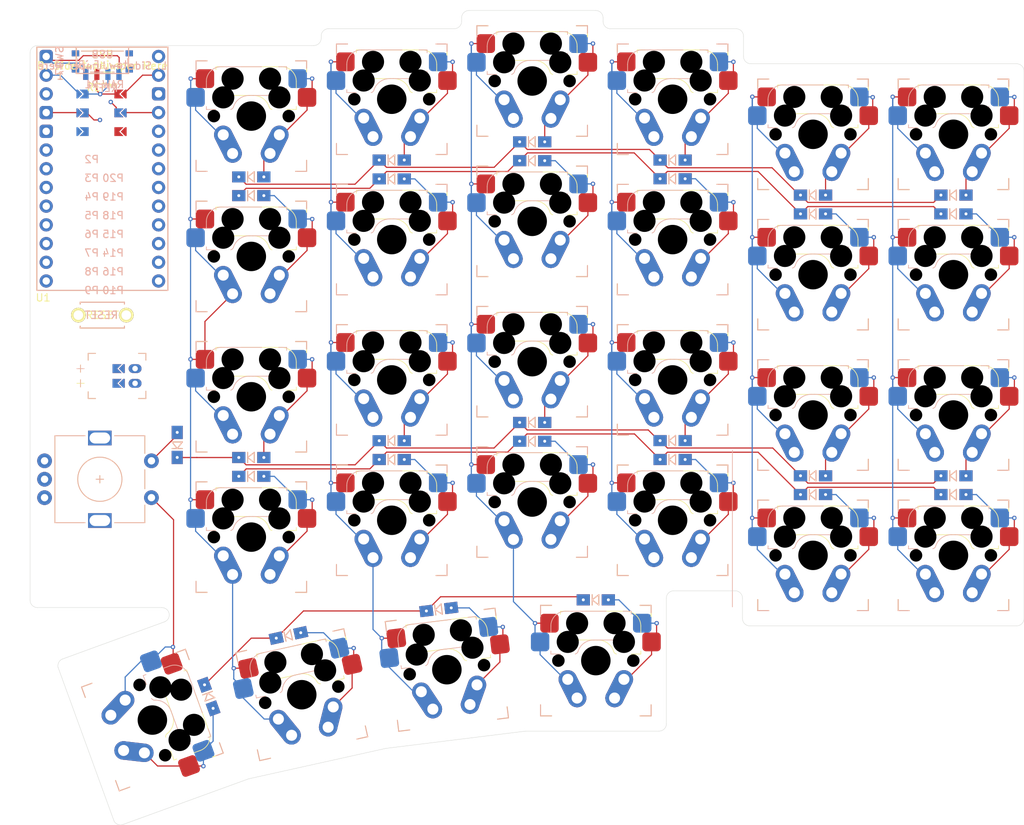
<source format=kicad_pcb>
(kicad_pcb (version 20240108) (generator "pcbnew") (generator_version "8.0")
  (layers (0 "F.Cu" signal) (31 "B.Cu" signal) (34 "B.Paste" user) (35 "F.Paste" user) (36 "B.SilkS" user "B.Silkscreen") (37 "F.SilkS" user "F.Silkscreen") (38 "B.Mask" user) (39 "F.Mask" user) (44 "Edge.Cuts" user))
  (net 0 "")
  (net 1 "COL0")
  (net 2 "COL1")
  (net 3 "COL2")
  (net 4 "COL3")
  (net 5 "COL4")
  (net 6 "COL5")
  (net 7 "COL6")
  (net 8 "ROW0")
  (net 9 "ROW1")
  (net 10 "ROW2")
  (net 11 "ROW3")
  (net 12 "ROW4")
  (net 16 "Net-(J1-Pin_2)")
  (net 20 "Net-(J1-Pin_1)")
  (net 22 "unconnected-(U1-BAT+-Pad13)")
  (net 24 "Net-(SW97-B)")
  (net 28 "unconnected-(U1-GND-Pad3)")
  (net 32 "N$9")
  (net 33 "N$8")
  (net 34 "N$7")
  (net 35 "N$6")
  (net 36 "N$5")
  (net 37 "N$4")
  (net 38 "N$3")
  (net 39 "N$28")
  (net 40 "N$27")
  (net 41 "N$26")
  (net 42 "N$25")
  (net 43 "N$24")
  (net 44 "N$23")
  (net 45 "N$22")
  (net 46 "N$21")
  (net 47 "N$20")
  (net 48 "N$2")
  (net 49 "N$19")
  (net 50 "N$18")
  (net 51 "N$17")
  (net 52 "N$16")
  (net 53 "N$15")
  (net 54 "N$14")
  (net 55 "N$13")
  (net 56 "N$12")
  (net 57 "N$11")
  (net 58 "N$10")
  (net 59 "N$1")
  (net 60 "Net-(D98-A)")
  (net 61 "Net-(U1-RST)")
  (footprint "SofleKeyboard-footprint:Diode_SOD123" (layer "F.Cu") (at 137.123316 57.34)
    (property "Reference" "D11" (hide yes))
    (property "Value" "D" (hide yes))
  )
  (footprint "SofleKeyboard-footprint:Diode_SOD123" (layer "F.Cu") (at 175.223316 95.43)
    (property "Reference" "D21" (hide yes))
    (property "Value" "D" (hide yes))
  )
  (footprint "lib:Jumper" (layer "F.Cu") (at 95.252 48.37 90)
    (property "Reference" "J14" (hide yes))
    (property "Value" "Jumper")
  )
  (footprint "SofleKeyboard-footprint:Diode_SOD123" (layer "F.Cu") (at 175.223316 92.87)
    (property "Reference" "D15" (hide yes))
    (property "Value" "D" (hide yes))
  )
  (footprint "SofleKeyboard-footprint:Diode_SOD123" (layer "F.Cu") (at 175.223316 57.32)
    (property "Reference" "D9" (hide yes))
    (property "Value" "D" (hide yes))
  )
  (footprint "lib:Jumper" (layer "F.Cu") (at 100.251991 48.369997 -90)
    (property "Reference" "J12" (hide yes))
    (property "Value" "Jumper")
  )
  (footprint "SofleKeyboard-footprint:Diode_SOD123" (layer "F.Cu") (at 156.173316 90.4)
    (property "Reference" "D16" (hide yes))
    (property "Value" "D" (hide yes))
  )
  (footprint "SofleKeyboard-footprint:Diode_SOD123" (layer "F.Cu") (at 156.173316 52.31)
    (property "Reference" "D4" (hide yes))
    (property "Value" "D" (hide yes))
  )
  (footprint "SofleKeyboard-footprint:Diode_SOD123" (layer "F.Cu") (at 156.173316 92.95)
    (property "Reference" "D22" (hide yes))
    (property "Value" "D" (hide yes))
  )
  (footprint "lib:Jumper" (layer "F.Cu") (at 95.251994 50.92 90)
    (property "Reference" "J9" (hide yes))
    (property "Value" "Jumper")
  )
  (footprint "SofleKeyboard-footprint:Diode_SOD123" (layer "F.Cu") (at 213.323316 62.09)
    (property "Reference" "D7" (hide yes))
    (property "Value" "D" (hide yes))
  )
  (footprint "SofleKeyboard-footprint:Diode_SOD123" (layer "F.Cu") (at 108.02 93.45 90)
    (property "Reference" "D98" (hide yes))
    (property "Value" "D" (hide yes))
  )
  (footprint "SofleKeyboard-footprint:Diode_SOD123" (layer "F.Cu") (at 213.323316 97.64)
    (property "Reference" "D13" (hide yes))
    (property "Value" "D" (hide yes))
  )
  (footprint "SofleKeyboard-footprint:Diode_SOD123" (layer "F.Cu") (at 156.173316 54.87)
    (property "Reference" "D10" (hide yes))
    (property "Value" "D" (hide yes))
  )
  (footprint "SofleKeyboard-footprint:Diode_SOD123" (layer "F.Cu") (at 194.273316 97.64)
    (property "Reference" "D14" (hide yes))
    (property "Value" "D" (hide yes))
  )
  (footprint "SofleKeyboard-footprint:Diode_SOD123" (layer "F.Cu") (at 118.073316 59.61)
    (property "Reference" "D12" (hide yes))
    (property "Value" "D" (hide yes))
  )
  (footprint "SofleKeyboard-footprint:Diode_SOD123" (layer "F.Cu") (at 175.223316 54.78)
    (property "Reference" "D3" (hide yes))
    (property "Value" "D" (hide yes))
  )
  (footprint "kbd:ResetSW" (layer "F.Cu") (at 97.86 75.83 180)
    (property "Reference" "SW99" (hide yes))
    (property "Value" "SW_Push")
  )
  (footprint "lib:Jumper" (layer "F.Cu") (at 95.252006 45.820003 90)
    (property "Reference" "J7" (hide yes))
    (property "Value" "Jumper")
  )
  (footprint "SofleKeyboard-footprint:RotaryEncoder_Alps_EC11E-Switch_Vertical_H20mm-keebio_modified" (layer "F.Cu") (at 97.523316 98.11)
    (property "Reference" "SW98" (hide yes))
    (property "Value" "RotaryEncoder_Switch")
  )
  (footprint "lib:Jumper" (layer "F.Cu") (at 100.252 50.919998 -90)
    (property "Reference" "J13" (hide yes))
    (property "Value" "Jumper")
  )
  (footprint "lib:Jumper" (layer "F.Cu") (at 100.252 45.82 -90)
    (property "Reference" "J11" (hide yes))
    (property "Value" "Jumper")
  )
  (footprint "SofleKeyboard-footprint:Diode_SOD123" (layer "F.Cu") (at 137.123316 92.88)
    (property "Reference" "D17" (hide yes))
    (property "Value" "D" (hide yes))
  )
  (footprint "SofleKeyboard-footprint:Diode_SOD123" (layer "F.Cu") (at 137.123316 95.43)
    (property "Reference" "D23" (hide yes))
    (property "Value" "D" (hide yes))
  )
  (footprint "SofleKeyboard-footprint:Diode_SOD123" (layer "F.Cu") (at 194.273316 59.54)
    (property "Reference" "D2" (hide yes))
    (property "Value" "D" (hide yes))
  )
  (footprint "lib:Jumper" (layer "F.Cu") (at 100.251991 48.369997 -90)
    (property "Reference" "J10" (hide yes))
    (property "Value" "Jumper")
  )
  (footprint "SofleKeyboard-footprint:Diode_SOD123" (layer "F.Cu") (at 123.12 119.31 12.5)
    (property "Reference" "D27" (hide yes))
    (property "Value" "D" (hide yes))
  )
  (footprint "SofleKeyboard-footprint:Diode_SOD123" (layer "F.Cu") (at 112.31 127.61 -70)
    (property "Reference" "D28" (hide yes))
    (property "Value" "D" (hide yes))
  )
  (footprint "SofleKeyboard-footprint:Diode_SOD123" (layer "F.Cu") (at 118.073316 95.16)
    (property "Reference" "D18" (hide yes))
    (property "Value" "D" (hide yes))
  )
  (footprint "SofleKeyboard-footprint:Diode_SOD123" (layer "F.Cu") (at 213.323316 100.19)
    (property "Reference" "D19" (hide yes))
    (property "Value" "D" (hide yes))
  )
  (footprint "SofleKeyboard-footprint:Diode_SOD123" (layer "F.Cu") (at 194.273316 100.19)
    (property "Reference" "D20" (hide yes))
    (property "Value" "D" (hide yes))
  )
  (footprint "SofleKeyboard-footprint:Diode_SOD123" (layer "F.Cu") (at 118.073316 97.71)
    (property "Reference" "D24" (hide yes))
    (property "Value" "D" (hide yes))
  )
  (footprint "SofleKeyboard-footprint:Diode_SOD123" (layer "F.Cu") (at 137.123316 54.78)
    (property "Reference" "D5" (hide yes))
    (property "Value" "D" (hide yes))
  )
  (footprint "SofleKeyboard-footprint:Diode_SOD123" (layer "F.Cu") (at 164.808316 114.48)
    (property "Reference" "D25" (hide yes))
    (property "Value" "D" (hide yes))
  )
  (footprint "SofleKeyboard-footprint:Diode_SOD123" (layer "F.Cu") (at 143.51 115.78 7)
    (property "Reference" "D26" (hide yes))
    (property "Value" "D" (hide yes))
  )
  (footprint "SofleKeyboard-footprint:Diode_SOD123" (layer "F.Cu") (at 213.323316 59.54)
    (property "Reference" "D1" (hide yes))
    (property "Value" "D" (hide yes))
  )
  (footprint "lib:Jumper" (layer "F.Cu") (at 95.252 48.37 90)
    (property "Reference" "J8" (hide yes))
    (property "Value" "Jumper")
  )
  (footprint "SofleKeyboard-footprint:Diode_SOD123" (layer "F.Cu") (at 194.273316 62.09)
    (property "Reference" "D8" (hide yes))
    (property "Value" "D" (hide yes))
  )
  (footprint "SofleKeyboard-footprint:Diode_SOD123" (layer "F.Cu") (at 118.073316 57.07)
    (property "Reference" "D6" (hide yes))
    (property "Value" "D" (hide yes))
  )
  (footprint "hs:SW_MX_HotSwap_THT_double" (layer "B.Cu") (at 144.601013 123.96156 7)
    (property "Reference" "SW26" (hide yes))
    (property "Value" "SW_Push" (hide yes))
  )
  (footprint "hs:SW_MX_HotSwap_THT_double" (layer "B.Cu") (at 137.123316 84.62846)
    (property "Reference" "SW17" (hide yes))
    (property "Value" "SW_Push" (hide yes))
  )
  (footprint "hs:SW_MX_HotSwap_THT_double" (layer "B.Cu") (at 164.808316 122.72846)
    (property "Reference" "SW25" (hide yes))
    (property "Value" "SW_Push" (hide yes))
  )
  (footprint "hs:SW_MX_HotSwap_THT_double" (layer "B.Cu") (at 194.273316 70.34096)
    (property "Reference" "SW8" (hide yes))
    (property "Value" "SW_Push" (hide yes))
  )
  (footprint "hs:SW_MX_HotSwap_THT_double" (layer "B.Cu") (at 156.173316 101.20196)
    (property "Reference" "SW22" (hide yes))
    (property "Value" "SW_Push" (hide yes))
  )
  (footprint "hs:SW_MX_HotSwap_THT_double" (layer "B.Cu") (at 118.073316 67.86446)
    (property "Reference" "SW12" (hide yes))
    (property "Value" "SW_Push" (hide yes))
  )
  (footprint "hs:SW_MX_HotSwap_THT_double" (layer "B.Cu") (at 124.915924 127.35601 12.5)
    (property "Reference" "SW27" (hide yes))
    (property "Value" "SW_Push" (hide yes))
  )
  (footprint "hs:SW_MX_HotSwap_THT_double" (layer "B.Cu") (at 213.323316 108.44096)
    (property "Reference" "SW19" (hide yes))
    (property "Value" "SW_Push" (hide yes))
  )
  (footprint "hs:SW_MX_HotSwap_THT_double" (layer "B.Cu") (at 213.323316 51.29096)
    (property "Reference" "SW1" (hide yes))
    (property "Value" "SW_Push" (hide yes))
  )
  (footprint "hs:SW_MX_HotSwap_THT_double" (layer "B.Cu") (at 137.123316 46.52846)
    (property "Reference" "SW5" (hide yes))
    (property "Value" "SW_Push" (hide yes))
  )
  (footprint "hs:SW_MX_HotSwap_THT_double" (layer "B.Cu") (at 175.223316 103.67846)
    (property "Reference" "SW21" (hide yes))
    (property "Value" "SW_Push" (hide yes))
  )
  (footprint "hs:SW_MX_HotSwap_THT_double" (layer "B.Cu") (at 175.223316 46.52846)
    (property "Reference" "SW3" (hide yes))
    (property "Value" "SW_Push" (hide yes))
  )
  (footprint "hs:SW_MX_HotSwap_THT_double" (layer "B.Cu") (at 194.273316 108.44096)
    (property "Reference" "SW20" (hide yes))
    (property "Value" "SW_Push" (hide yes))
  )
  (footprint "hs:SW_MX_HotSwap_THT_double" (layer "B.Cu") (at 156.173316 63.10196)
    (property "Reference" "SW10" (hide yes))
    (property "Value" "SW_Push" (hide yes))
  )
  (footprint "hs:SW_MX_HotSwap_THT_double" (layer "B.Cu") (at 104.651646 130.798175 -70)
    (property "Reference" "SW28" (hide yes))
    (property "Value" "SW_Push" (hide yes))
  )
  (footprint "ergogen_fp:sw_power" (layer "B.Cu") (at 97.87 41.42 90)
    (property "Reference" "SW97")
    (property "Value" "SW_Nidec_CAS-120A1")
  )
  (footprint "hs:SW_MX_HotSwap_THT_double" (layer "B.Cu") (at 137.123316 103.67846)
    (property "Reference" "SW23" (hide yes))
    (property "Value" "SW_Push" (hide yes))
  )
  (footprint "PCM_marbastlib-xp-promicroish:SuperMini_nRF52840_AH_Reversible" (layer "B.Cu") (at 97.87 57.23 180)
    (property "Reference" "U1")
    (property "Value" "SuperMini nRF52840")
  )
  (footprint "hs:SW_MX_HotSwap_THT_double" (layer "B.Cu") (at 175.223316 65.578459)
    (property "Reference" "SW9" (hide yes))
    (property "Value" "SW_Push" (hide yes))
  )
  (footprint "hs:SW_MX_HotSwap_THT_double" (layer "B.Cu") (at 156.173316 44.05196)
    (property "Reference" "SW4" (hide yes))
    (property "Value" "SW_Push" (hide yes))
  )
  (footprint "ergogen_fp:battery_connector_jst_ph_2" (layer "B.Cu") (at 102.305 84.09 90)
    (property "Reference" "J1" (hide yes))
    (property "Value" "Conn_01x02_Socket")
  )
  (footprint "hs:SW_MX_HotSwap_THT_double" (layer "B.Cu") (at 213.323316 70.34096)
    (property "Reference" "SW7" (hide yes))
    (property "Value" "SW_Push" (hide yes))
  )
  (footprint "hs:SW_MX_HotSwap_THT_double" (layer "B.Cu") (at 194.273316 51.29096)
    (property "Reference" "SW2" (hide yes))
    (property "Value" "SW_Push" (hide yes))
  )
  (footprint "hs:SW_MX_HotSwap_THT_double" (layer "B.Cu") (at 137.123316 65.578459)
    (property "Reference" "SW11" (hide yes))
    (property "Value" "SW_Push" (hide yes))
  )
  (footprint "hs:SW_MX_HotSwap_THT_double" (layer "B.Cu") (at 194.273316 89.39096)
    (property "Reference" "SW14" (hide yes))
    (property "Value" "SW_Push" (hide yes))
  )
  (footprint "hs:SW_MX_HotSwap_THT_double" (layer "B.Cu") (at 175.223316 84.62846)
    (property "Reference" "SW15" (hide yes))
    (property "Value" "SW_Push" (hide yes))
  )
  (footprint "hs:SW_MX_HotSwap_THT_double" (layer "B.Cu") (at 156.173316 82.15196)
    (property "Reference" "SW16" (hide yes))
    (property "Value" "SW_Push" (hide yes))
  )
  (footprint "hs:SW_MX_HotSwap_THT_double" (layer "B.Cu") (at 118.073316 48.81446)
    (property "Reference" "SW6" (hide yes))
    (property "Value" "SW_Push" (hide yes))
  )
  (footprint "hs:SW_MX_HotSwap_THT_double" (layer "B.Cu") (at 213.323316 89.39096)
    (property "Reference" "SW13" (hide yes))
    (property "Value" "SW_Push" (hide yes))
  )
  (footprint "hs:SW_MX_HotSwap_THT_double" (layer "B.Cu") (at 118.073316 86.91446)
    (property "Reference" "SW18" (hide yes))
    (property "Value" "SW_Push" (hide yes))
  )
  (footprint "hs:SW_MX_HotSwap_THT_double" (layer "B.Cu") (at 118.073316 105.96446)
    (property "Reference" "SW24" (hide yes))
    (property "Value" "SW_Push" (hide yes))
  )
  (gr_line (start 183.33 115.44) (end 183.33 94.149991) (stroke (width 0.1)) (layer "B.SilkS"))
  (gr_line (start 105.94 115.53) (end 89.061663 115.53) (stroke (width 0.05)) (layer "Edge.Cuts"))
  (gr_line (start 174.381666 114.249982) (end 174.381666 131.3) (stroke (width 0.05)) (layer "Edge.Cuts"))
  (gr_arc (start 105.94 115.530751) (mid 106.919236 116.331015) (end 106.33 117.449999) (stroke (width 0.05)) (layer "Edge.Cuts"))
  (gr_arc (start 146.601666 35.479069) (mid 146.89457 34.771982) (end 147.601666 34.479069) (stroke (width 0.05)) (layer "Edge.Cuts"))
  (gr_arc (start 185.841644 41.710777) (mid 185.119999 41.403362) (end 184.841667 40.67) (stroke (width 0.05)) (layer "Edge.Cuts"))
  (gr_line (start 173.381666 132.3) (end 155.269776 132.3) (stroke (width 0.05)) (layer "Edge.Cuts"))
  (gr_line (start 184.701666 117.01) (end 184.701666 114.249982) (stroke (width 0.05)) (layer "Edge.Cuts"))
  (gr_arc (start 222.891666 117.01) (mid 222.598773 117.717107) (end 221.891666 118.01) (stroke (width 0.05)) (layer "Edge.Cuts"))
  (gr_arc (start 91.85 123.62) (mid 91.94881 122.971442) (end 92.425586 122.520804) (stroke (width 0.05)) (layer "Edge.Cuts"))
  (gr_line (start 183.841666 36.959539) (end 166.791562 36.959539) (stroke (width 0.05)) (layer "Edge.Cuts"))
  (gr_arc (start 146.601665 35.92) (mid 146.319618 36.646737) (end 145.601666 36.950449) (stroke (width 0.05)) (layer "Edge.Cuts"))
  (gr_line (start 117.72 138.77) (end 100.53 145.02) (stroke (width 0.05)) (layer "Edge.Cuts"))
  (gr_arc (start 166.791562 36.959539) (mid 166.084444 36.666647) (end 165.791562 35.959539) (stroke (width 0.05)) (layer "Edge.Cuts"))
  (gr_arc (start 174.381666 114.249982) (mid 174.674566 113.542887) (end 175.381666 113.249982) (stroke (width 0.05)) (layer "Edge.Cuts"))
  (gr_arc (start 185.701666 118.01) (mid 184.994559 117.717107) (end 184.701666 117.01) (stroke (width 0.05)) (layer "Edge.Cuts"))
  (gr_line (start 221.891666 118.01) (end 185.701666 118.01) (stroke (width 0.05)) (layer "Edge.Cuts"))
  (gr_line (start 222.891666 117.01) (end 222.891666 42.71) (stroke (width 0.05)) (layer "Edge.Cuts"))
  (gr_line (start 126.551666 39.24) (end 89.061633 39.24) (stroke (width 0.05)) (layer "Edge.Cuts"))
  (gr_line (start 88.061633 40.24) (end 88.061663 114.53) (stroke (width 0.05)) (layer "Edge.Cuts"))
  (gr_line (start 221.891666 41.71) (end 185.841644 41.71) (stroke (width 0.05)) (layer "Edge.Cuts"))
  (gr_arc (start 88.061633 40.24) (mid 88.354524 39.532882) (end 89.061633 39.24) (stroke (width 0.05)) (layer "Edge.Cuts"))
  (gr_circle (center 213.323316 51.29096) (end 211.329416 51.29096) (stroke (width 0.05)) (fill none) (layer "Edge.Cuts"))
  (gr_arc (start 127.55158 37.95) (mid 127.844474 37.242898) (end 128.55158 36.95) (stroke (width 0.05)) (layer "Edge.Cuts"))
  (gr_line (start 92.43 122.520001) (end 106.33 117.449999) (stroke (width 0.05)) (layer "Edge.Cuts"))
  (gr_line (start 99.450001 144.5) (end 91.85 123.62) (stroke (width 0.05)) (layer "Edge.Cuts"))
  (gr_arc (start 89.061663 115.53) (mid 88.354558 115.237106) (end 88.061663 114.53) (stroke (width 0.05)) (layer "Edge.Cuts"))
  (gr_line (start 136.33 134.64) (end 117.72 138.77) (stroke (width 0.05)) (layer "Edge.Cuts"))
  (gr_arc (start 100.53 145.02) (mid 99.903652 144.938736) (end 99.448596 144.500742) (stroke (width 0.05)) (layer "Edge.Cuts"))
  (gr_line (start 165.791562 35.959539) (end 165.791562 35.479069) (stroke (width 0.05)) (layer "Edge.Cuts"))
  (gr_line (start 183.701666 113.249982) (end 175.381666 113.249982) (stroke (width 0.05)) (layer "Edge.Cuts"))
  (gr_line (start 145.601666 36.95) (end 128.55158 36.95) (stroke (width 0.05)) (layer "Edge.Cuts"))
  (gr_line (start 184.841666 40.67) (end 184.841666 37.959539) (stroke (width 0.05)) (layer "Edge.Cuts"))
  (gr_arc (start 164.791562 34.479069) (mid 165.498682 34.771959) (end 165.791562 35.479069) (stroke (width 0.05)) (layer "Edge.Cuts"))
  (gr_line (start 164.791562 34.479069) (end 147.601666 34.479069) (stroke (width 0.05)) (layer "Edge.Cuts"))
  (gr_line (start 127.55158 37.95) (end 127.55158 38.195135) (stroke (width 0.05)) (layer "Edge.Cuts"))
  (gr_arc (start 127.55158 38.195135) (mid 127.275112 38.931713) (end 126.551666 39.24092) (stroke (width 0.05)) (layer "Edge.Cuts"))
  (gr_line (start 146.601666 35.479069) (end 146.601666 35.911852) (stroke (width 0.05)) (layer "Edge.Cuts"))
  (gr_arc (start 183.701666 113.249982) (mid 184.408779 113.542874) (end 184.701666 114.249982) (stroke (width 0.05)) (layer "Edge.Cuts"))
  (gr_arc (start 221.891666 41.71) (mid 222.598773 42.002893) (end 222.891666 42.71) (stroke (width 0.05)) (layer "Edge.Cuts"))
  (gr_arc (start 174.381666 131.3) (mid 174.088773 132.007107) (end 173.381666 132.3) (stroke (width 0.05)) (layer "Edge.Cuts"))
  (gr_line (start 155.269776 132.3) (end 136.33 134.64) (stroke (width 0.05)) (layer "Edge.Cuts"))
  (gr_arc (start 183.841666 36.959539) (mid 184.548759 37.252435) (end 184.841666 37.959539) (stroke (width 0.05)) (layer "Edge.Cuts"))
  (segment (start 207.033316 103.36096) (end 205.08096 103.36096) (width 0.16) (layer "F.Cu") (net 1))
  (segment (start 205.08096 103.36096) (end 205.08 103.36) (width 0.16) (layer "F.Cu") (net 1))
  (segment (start 205.09096 46.21096) (end 205.08 46.2) (width 0.16) (layer "F.Cu") (net 1))
  (segment (start 207.033316 46.21096) (end 205.09096 46.21096) (width 0.16) (layer "F.Cu") (net 1))
  (segment (start 205.08096 84.31096) (end 205.08 84.31) (width 0.16) (layer "F.Cu") (net 1))
  (segment (start 207.033316 84.31096) (end 205.08096 84.31096) (width 0.16) (layer "F.Cu") (net 1))
  (segment (start 205.08096 65.26096) (end 205.08 65.26) (width 0.16) (layer "F.Cu") (net 1))
  (segment (start 207.033316 65.26096) (end 205.08096 65.26096) (width 0.16) (layer "F.Cu") (net 1))
  (via (at 205.08 65.26) (size 0.6) (drill 0.3) (layers "F.Cu" "B.Cu") (net 1))
  (via (at 205.08 46.2) (size 0.6) (drill 0.3) (layers "F.Cu" "B.Cu") (net 1))
  (via (at 205.08 84.31) (size 0.6) (drill 0.3) (layers "F.Cu" "B.Cu") (net 1))
  (via (at 205.08 103.36) (size 0.6) (drill 0.3) (layers "F.Cu" "B.Cu") (net 1))
  (segment (start 205.763316 105.90096) (end 205.763316 107.629732) (width 0.16) (layer "B.Cu") (net 1))
  (segment (start 205.08 103.36) (end 205.09 103.37) (width 0.16) (layer "B.Cu") (net 1))
  (segment (start 205.08 86.167644) (end 205.763316 86.85096) (width 0.16) (layer "B.Cu") (net 1))
  (segment (start 205.08 65.26) (end 205.08 46.2) (width 0.16) (layer "B.Cu") (net 1))
  (segment (start 205.763316 107.629732) (end 209.114544 110.98096) (width 0.16) (layer "B.Cu") (net 1))
  (segment (start 205.763316 69.529732) (end 209.114544 72.88096) (width 0.16) (layer "B.Cu") (net 1))
  (segment (start 205.08 48.067644) (end 205.08 46.2) (width 0.16) (layer "B.Cu") (net 1))
  (segment (start 205.08 67.117644) (end 205.763316 67.80096) (width 0.16) (layer "B.Cu") (net 1))
  (segment (start 209.114544 110.98096) (end 209.513316 110.98096) (width 0.16) (layer "B.Cu") (net 1))
  (segment (start 205.08 84.31) (end 205.08 86.167644) (width 0.16) (layer "B.Cu") (net 1))
  (segment (start 205.09 105.227644) (end 205.763316 105.90096) (width 0.16) (layer "B.Cu") (net 1))
  (segment (start 209.114544 72.88096) (end 209.513316 72.88096) (width 0.16) (layer "B.Cu") (net 1))
  (segment (start 205.19 48.177644) (end 205.763316 48.75096) (width 0.16) (layer "B.Cu") (net 1))
  (segment (start 205.763316 48.75096) (end 205.763316 50.479732) (width 0.16) (layer "B.Cu") (net 1))
  (segment (start 205.763316 88.579732) (end 209.114544 91.93096) (width 0.16) (layer "B.Cu") (net 1))
  (segment (start 205.08 84.31) (end 205.08 65.26) (width 0.16) (layer "B.Cu") (net 1))
  (segment (start 209.114544 91.93096) (end 209.513316 91.93096) (width 0.16) (layer "B.Cu") (net 1))
  (segment (start 205.08 103.36) (end 205.08 84.31) (width 0.16) (layer "B.Cu") (net 1))
  (segment (start 205.763316 86.85096) (end 205.763316 88.579732) (width 0.16) (layer "B.Cu") (net 1))
  (segment (start 205.09 103.37) (end 205.09 105.227644) (width 0.16) (layer "B.Cu") (net 1))
  (segment (start 205.763316 67.80096) (end 205.763316 69.529732) (width 0.16) (layer "B.Cu") (net 1))
  (segment (start 205.08 65.26) (end 205.08 67.117644) (width 0.16) (layer "B.Cu") (net 1))
  (segment (start 205.763316 48.75096) (end 205.08 48.067644) (width 0.16) (layer "B.Cu") (net 1))
  (segment (start 205.763316 50.479732) (end 209.114544 53.83096) (width 0.16) (layer "B.Cu") (net 1))
  (segment (start 209.114544 53.83096) (end 209.513316 53.83096) (width 0.16) (layer "B.Cu") (net 1))
  (segment (start 186.06096 46.21096) (end 186.04 46.19) (width 0.16) (layer "F.Cu") (net 2))
  (segment (start 187.983316 84.31096) (end 186.03096 84.31096) (width 0.16) (layer "F.Cu") (net 2))
  (segment (start 187.983316 46.21096) (end 186.06096 46.21096) (width 0.16) (layer "F.Cu") (net 2))
  (segment (start 187.983316 103.36096) (end 186.02096 103.36096) (width 0.16) (layer "F.Cu") (net 2))
  (segment (start 186.03096 84.31096) (end 186.03 84.31) (width 0.16) (layer "F.Cu") (net 2))
  (segment (start 187.983316 65.26096) (end 186.03096 65.26096) (width 0.16) (layer "F.Cu") (net 2))
  (segment (start 186.03096 65.26096) (end 186.03 65.26) (width 0.16) (layer "F.Cu") (net 2))
  (segment (start 186.02096 103.36096) (end 186.02 103.36) (width 0.16) (layer "F.Cu") (net 2))
  (via (at 186.04 46.19) (size 0.6) (drill 0.3) (layers "F.Cu" "B.Cu") (net 2))
  (via (at 186.02 103.36) (size 0.6) (drill 0.3) (layers "F.Cu" "B.Cu") (net 2))
  (via (at 186.03 65.26) (size 0.6) (drill 0.3) (layers "F.Cu" "B.Cu") (net 2))
  (via (at 186.03 84.31) (size 0.6) (drill 0.3) (layers "F.Cu" "B.Cu") (net 2))
  (segment (start 186.02 67.107644) (end 186.713316 67.80096) (width 0.16) (layer "B.Cu") (net 2))
  (segment (start 186.03 84.31) (end 186.03 86.167644) (width 0.16) (layer "B.Cu") (net 2))
  (segment (start 186.02 103.36) (end 186.02 105.207644) (width 0.16) (layer "B.Cu") (net 2))
  (segment (start 186.713316 86.85096) (end 186.713316 88.579732) (width 0.16) (layer "B.Cu") (net 2))
  (segment (start 186.04 48.077644) (end 186.713316 48.75096) (width 0.16) (layer "B.Cu") (net 2))
  (segment (start 190.064544 110.98096) (end 190.463316 110.98096) (width 0.16) (layer "B.Cu") (net 2))
  (segment (start 186.713316 88.579732) (end 190.064544 91.93096) (width 0.16) (layer "B.Cu") (net 2))
  (segment (start 186.02 103.36) (end 186.02 84.32) (width 0.16) (layer "B.Cu") (net 2))
  (segment (start 186.03 46.2) (end 186.04 46.19) (width 0.16) (layer "B.Cu") (net 2))
  (segment (start 186.04 46.19) (end 186.04 48.077644) (width 0.16) (layer "B.Cu") (net 2))
  (segment (start 186.02 84.32) (end 186.03 84.31) (width 0.16) (layer "B.Cu") (net 2))
  (segment (start 186.713316 107.629732) (end 190.064544 110.98096) (width 0.16) (layer "B.Cu") (net 2))
  (segment (start 190.064544 53.83096) (end 190.463316 53.83096) (width 0.16) (layer "B.Cu") (net 2))
  (segment (start 186.03 84.31) (end 186.03 65.26) (width 0.16) (layer "B.Cu") (net 2))
  (segment (start 186.713316 50.479732) (end 190.064544 53.83096) (width 0.16) (layer "B.Cu") (net 2))
  (segment (start 186.02 65.27) (end 186.02 67.107644) (width 0.16) (layer "B.Cu") (net 2))
  (segment (start 186.713316 105.90096) (end 186.713316 107.629732) (width 0.16) (layer "B.Cu") (net 2))
  (segment (start 186.02 105.207644) (end 186.713316 105.90096) (width 0.16) (layer "B.Cu") (net 2))
  (segment (start 186.03 65.26) (end 186.03 46.2) (width 0.16) (layer "B.Cu") (net 2))
  (segment (start 186.03 65.26) (end 186.02 65.27) (width 0.16) (layer "B.Cu") (net 2))
  (segment (start 186.713316 67.80096) (end 186.713316 69.529732) (width 0.16) (layer "B.Cu") (net 2))
  (segment (start 186.713316 48.75096) (end 186.713316 50.479732) (width 0.16) (layer "B.Cu") (net 2))
  (segment (start 190.064544 72.88096) (end 190.463316 72.88096) (width 0.16) (layer "B.Cu") (net 2))
  (segment (start 186.713316 69.529732) (end 190.064544 72.88096) (width 0.16) (layer "B.Cu") (net 2))
  (segment (start 186.03 86.167644) (end 186.713316 86.85096) (width 0.16) (layer "B.Cu") (net 2))
  (segment (start 190.064544 91.93096) (end 190.463316 91.93096) (width 0.16) (layer "B.Cu") (net 2))
  (segment (start 168.933316 98.59846) (end 166.97154 98.59846) (width 0.16) (layer "F.Cu") (net 3))
  (segment (start 168.933316 41.44846) (end 166.99846 41.44846) (width 0.16) (layer "F.Cu") (net 3))
  (segment (start 166.97154 98.59846) (end 166.97 98.6) (width 0.16) (layer "F.Cu") (net 3))
  (segment (start 168.933316 79.54846) (end 166.98846 79.54846) (width 0.16) (layer "F.Cu") (net 3))
  (segment (start 168.933316 60.498459) (end 166.978459 60.498459) (width 0.16) (layer "F.Cu") (net 3))
  (segment (start 166.978459 60.498459) (end 166.97 60.49) (width 0.16) (layer "F.Cu") (net 3))
  (segment (start 166.98846 79.54846) (end 166.98 79.54) (width 0.16) (layer "F.Cu") (net 3))
  (segment (start 166.99846 41.44846) (end 166.99 41.44) (width 0.16) (layer "F.Cu") (net 3))
  (via (at 166.97 60.49) (size 0.6) (drill 0.3) (layers "F.Cu" "B.Cu") (net 3))
  (via (at 166.97 98.6) (size 0.6) (drill 0.3) (layers "F.Cu" "B.Cu") (net 3))
  (via (at 166.99 41.44) (size 0.6) (drill 0.3) (layers "F.Cu" "B.Cu") (net 3))
  (via (at 166.98 79.54) (size 0.6) (drill 0.3) (layers "F.Cu" "B.Cu") (net 3))
  (segment (start 166.97 60.49) (end 166.97 41.46) (width 0.16) (layer "B.Cu") (net 3))
  (segment (start 166.97 79.55) (end 166.97 81.395144) (width 0.16) (layer "B.Cu") (net 3))
  (segment (start 167.663316 102.867232) (end 171.014544 106.21846) (width 0.16) (layer "B.Cu") (net 3))
  (segment (start 166.97 81.395144) (end 167.663316 82.08846) (width 0.16) (layer "B.Cu") (net 3))
  (segment (start 167.663316 101.13846) (end 167.663316 102.867232) (width 0.16) (layer "B.Cu") (net 3))
  (segment (start 171.014544 68.118459) (end 171.413316 68.118459) (width 0.16) (layer "B.Cu") (net 3))
  (segment (start 167 41.45) (end 167 43.325144) (width 0.16) (layer "B.Cu") (net 3))
  (segment (start 166.98 79.54) (end 166.98 60.5) (width 0.16) (layer "B.Cu") (net 3))
  (segment (start 166.97 98.6) (end 166.98 98.61) (width 0.16) (layer "B.Cu") (net 3))
  (segment (start 171.014544 87.16846) (end 171.413316 87.16846) (width 0.16) (layer "B.Cu") (net 3))
  (segment (start 166.99 41.44) (end 167 41.45) (width 0.16) (layer "B.Cu") (net 3))
  (segment (start 167.663316 63.038459) (end 167.663316 64.767231) (width 0.16) (layer "B.Cu") (net 3))
  (segment (start 166.98 98.61) (end 166.98 100.455144) (width 0.16) (layer "B.Cu") (net 3))
  (segment (start 167.663316 43.98846) (end 167.663316 45.717232) (width 0.16) (layer "B.Cu") (net 3))
  (segment (start 166.98 60.5) (end 166.97 60.49) (width 0.16) (layer "B.Cu") (net 3))
  (segment (start 166.97 62.345143) (end 167.663316 63.038459) (width 0.16) (layer "B.Cu") (net 3))
  (segment (start 171.014544 49.06846) (end 171.413316 49.06846) (width 0.16) (layer "B.Cu") (net 3))
  (segment (start 167.663316 82.08846) (end 167.663316 83.817232) (width 0.16) (layer "B.Cu") (net 3))
  (segment (start 167.663316 45.717232) (end 171.014544 49.06846) (width 0.16) (layer "B.Cu") (net 3))
  (segment (start 167 43.325144) (end 167.663316 43.98846) (width 0.16) (layer "B.Cu") (net 3))
  (segment (start 166.97 79.55) (end 166.98 79.54) (width 0.16) (layer "B.Cu") (net 3))
  (segment (start 171.014544 106.21846) (end 171.413316 106.21846) (width 0.16) (layer "B.Cu") (net 3))
  (segment (start 166.97 41.46) (end 166.99 41.44) (width 0.16) (layer "B.Cu") (net 3))
  (segment (start 167.663316 64.767231) (end 171.014544 68.118459) (width 0.16) (layer "B.Cu") (net 3))
  (segment (start 167.663316 83.817232) (end 171.014544 87.16846) (width 0.16) (layer "B.Cu") (net 3))
  (segment (start 166.97 60.49) (end 166.97 62.345143) (width 0.16) (layer "B.Cu") (net 3))
  (segment (start 166.97 98.6) (end 166.97 79.55) (width 0.16) (layer "B.Cu") (net 3))
  (segment (start 166.98 100.455144) (end 167.663316 101.13846) (width 0.16) (layer "B.Cu") (net 3))
  (segment (start 156.56154 117.64846) (end 156.56 117.65) (width 0.16) (layer "F.Cu") (net 4))
  (segment (start 147.93196 38.97196) (end 147.93 38.97) (width 0.16) (layer "F.Cu") (net 4))
  (segment (start 149.883316 96.12196) (end 147.93196 96.12196) (width 0.16) (layer "F.Cu") (net 4))
  (segment (start 149.883316 38.97196) (end 147.93196 38.97196) (width 0.16) (layer "F.Cu") (net 4))
  (segment (start 147.92196 58.02196) (end 147.92 58.02) (width 0.16) (layer "F.Cu") (net 4))
  (segment (start 147.93196 96.12196) (end 147.92 96.11) (width 0.16) (layer "F.Cu") (net 4))
  (segment (start 149.883316 77.07196) (end 147.93196 77.07196) (width 0.16) (layer "F.Cu") (net 4))
  (segment (start 149.883316 58.02196) (end 147.92196 58.02196) (width 0.16) (layer "F.Cu") (net 4))
  (segment (start 158.518316 117.64846) (end 156.56154 117.64846) (width 0.16) (layer "F.Cu") (net 4))
  (segment (start 147.93196 77.07196) (end 147.93 77.07) (width 0.16) (layer "F.Cu") (net 4))
  (via (at 147.93 77.07) (size 0.6) (drill 0.3) (layers "F.Cu" "B.Cu") (net 4))
  (via (at 156.56 117.65) (size 0.6) (drill 0.3) (layers "F.Cu" "B.Cu") (net 4))
  (via (at 147.92 58.02) (size 0.6) (drill 0.3) (layers "F.Cu" "B.Cu") (net 4))
  (via (at 147.93 38.97) (size 0.6) (drill 0.3) (layers "F.Cu" "B.Cu") (net 4))
  (via (at 147.92 96.11) (size 0.6) (drill 0.3) (layers "F.Cu" "B.Cu") (net 4))
  (segment (start 147.93 77.07) (end 147.93 58.03) (width 0.16) (layer "B.Cu") (net 4))
  (segment (start 148.613316 79.61196) (end 148.613316 81.340732) (width 0.16) (layer "B.Cu") (net 4))
  (segment (start 151.964544 65.64196) (end 152.363316 65.64196) (width 0.16) (layer "B.Cu") (net 4))
  (segment (start 147.92 58.02) (end 147.92 38.98) (width 0.16) (layer "B.Cu") (net 4))
  (segment (start 148.613316 60.56196) (end 148.613316 62.290732) (width 0.16) (layer "B.Cu") (net 4))
  (segment (start 147.92 97.968644) (end 148.613316 98.66196) (width 0.16) (layer "B.Cu") (net 4))
  (segment (start 148.613316 98.66196) (end 148.613316 100.390732) (width 0.16) (layer "B.Cu") (net 4))
  (segment (start 148.613316 41.51196) (end 148.613316 43.240732) (width 0.16) (layer "B.Cu") (net 4))
  (segment (start 147.92 38.98) (end 147.93 38.97) (width 0.16) (layer "B.Cu") (net 4))
  (segment (start 147.93 58.03) (end 147.92 58.02) (width 0.16) (layer "B.Cu") (net 4))
  (segment (start 156.56 117.65) (end 156.56 119.500144) (width 0.16) (layer "B.Cu") (net 4))
  (segment (start 156.56 119.500144) (end 157.248316 120.18846) (width 0.16) (layer "B.Cu") (net 4))
  (segment (start 151.964544 46.59196) (end 152.363316 46.59196) (width 0.16) (layer "B.Cu") (net 4))
  (segment (start 156.56 117.65) (end 153.633316 114.723316) (width 0.16) (layer "B.Cu") (net 4))
  (segment (start 151.964544 103.74196) (end 152.363316 103.74196) (width 0.16) (layer "B.Cu") (net 4))
  (segment (start 148.613316 43.240732) (end 151.964544 46.59196) (width 0.16) (layer "B.Cu") (net 4))
  (segment (start 147.92 58.02) (end 147.92 59.868644) (width 0.16) (layer "B.Cu") (net 4))
  (segment (start 147.92 96.11) (end 147.92 77.08) (width 0.16) (layer "B.Cu") (net 4))
  (segment (start 147.91 78.908644) (end 148.613316 79.61196) (width 0.16) (layer "B.Cu") (net 4))
  (segment (start 147.92 77.08) (end 147.93 77.07) (width 0.16) (layer "B.Cu") (net 4))
  (segment (start 148.613316 62.290732) (end 151.964544 65.64196) (width 0.16) (layer "B.Cu") (net 4))
  (segment (start 157.248316 121.917232) (end 160.599544 125.26846) (width 0.16) (layer "B.Cu") (net 4))
  (segment (start 148.613316 100.390732) (end 151.964544 103.74196) (width 0.16) (layer "B.Cu") (net 4))
  (segment (start 153.633316 114.723316) (end 153.633316 106.28196) (width 0.16) (layer "B.Cu") (net 4))
  (segment (start 147.92 59.868644) (end 148.613316 60.56196) (width 0.16) (layer "B.Cu") (net 4))
  (segment (start 148.613316 81.340732) (end 151.964544 84.69196) (width 0.16) (layer "B.Cu") (net 4))
  (segment (start 147.91 77.09) (end 147.91 78.908644) (width 0.16) (layer "B.Cu") (net 4))
  (segment (start 147.93 77.07) (end 147.91 77.09) (width 0.16) (layer "B.Cu") (net 4))
  (segment (start 160.599544 125.26846) (end 160.998316 125.26846) (width 0.16) (layer "B.Cu") (net 4))
  (segment (start 157.248316 120.18846) (end 157.248316 121.917232) (width 0.16) (layer "B.Cu") (net 4))
  (segment (start 147.92 96.11) (end 147.92 97.968644) (width 0.16) (layer "B.Cu") (net 4))
  (segment (start 151.964544 84.69196) (end 152.363316 84.69196) (width 0.16) (layer "B.Cu") (net 4))
  (segment (start 147.93 38.97) (end 147.93 40.828644) (width 0.16) (layer "B.Cu") (net 4))
  (segment (start 147.93 40.828644) (end 148.613316 41.51196) (width 0.16) (layer "B.Cu") (net 4))
  (segment (start 128.888459 60.498459) (end 128.88 60.49) (width 0.16) (layer "F.Cu") (net 5))
  (segment (start 128.87154 98.59846) (end 128.87 98.6) (width 0.16) (layer "F.Cu") (net 5))
  (segment (start 130.833316 98.59846) (end 128.87154 98.59846) (width 0.16) (layer "F.Cu") (net 5))
  (segment (start 130.833316 79.54846) (end 128.88846 79.54846) (width 0.16) (layer "F.Cu") (net 5))
  (segment (start 135.775984 119.685984) (end 135.77 119.68) (width 0.16) (layer "F.Cu") (net 5))
  (segment (start 137.738801 119.685984) (end 135.775984 119.685984) (width 0.16) (layer "F.Cu") (net 5))
  (segment (start 128.88846 79.54846) (end 128.88 79.54) (width 0.16) (layer "F.Cu") (net 5))
  (segment (start 130.833316 60.498459) (end 128.888459 60.498459) (width 0.16) (layer "F.Cu") (net 5))
  (segment (start 130.833316 41.44846) (end 128.87846 41.44846) (width 0.16) (layer "F.Cu") (net 5))
  (segment (start 128.87846 41.44846) (end 128.87 41.44) (width 0.16) (layer "F.Cu") (net 5))
  (via (at 135.77 119.68) (size 0.6) (drill 0.3) (layers "F.Cu" "B.Cu") (net 5))
  (via (at 128.87 98.6) (size 0.6) (drill 0.3) (layers "F.Cu" "B.Cu") (net 5))
  (via (at 128.88 79.54) (size 0.6) (drill 0.3) (layers "F.Cu" "B.Cu") (net 5))
  (via (at 128.87 41.44) (size 0.6) (drill 0.3) (layers "F.Cu" "B.Cu") (net 5))
  (via (at 128.88 60.49) (size 0.6) (drill 0.3) (layers "F.Cu" "B.Cu") (net 5))
  (segment (start 128.88 41.45) (end 128.87 41.44) (width 0.16) (layer "B.Cu") (net 5))
  (segment (start 134.583316 118.493316) (end 134.583316 108.75846) (width 0.16) (layer "B.Cu") (net 5))
  (segment (start 128.88 81.405144) (end 129.563316 82.08846) (width 0.16) (layer "B.Cu") (net 5))
  (segment (start 135.77 119.68) (end 135.76 119.69) (width 0.16) (layer "B.Cu") (net 5))
  (segment (start 129.563316 102.867232) (end 132.914544 106.21846) (width 0.16) (layer "B.Cu") (net 5))
  (segment (start 132.914544 68.118459) (end 133.313316 68.118459) (width 0.16) (layer "B.Cu") (net 5))
  (segment (start 132.914544 49.06846) (end 133.313316 49.06846) (width 0.16) (layer "B.Cu") (net 5))
  (segment (start 128.87 98.6) (end 128.87 79.55) (width 0.16) (layer "B.Cu") (net 5))
  (segment (start 135.77 119.68) (end 134.583316 118.493316) (width 0.16) (layer "B.Cu") (net 5))
  (segment (start 128.88 60.49) (end 128.88 62.355143) (width 0.16) (layer "B.Cu") (net 5))
  (segment (start 129.563316 82.08846) (end 129.563316 83.817232) (width 0.16) (layer "B.Cu") (net 5))
  (segment (start 128.88 60.49) (end 128.88 41.45) (width 0.16) (layer "B.Cu") (net 5))
  (segment (start 129.563316 63.038459) (end 129.563316 64.767231) (width 0.16) (layer "B.Cu") (net 5))
  (segment (start 129.563316 64.767231) (end 132.914544 68.118459) (width 0.16) (layer "B.Cu") (net 5))
  (segment (start 128.88 100.455144) (end 129.563316 101.13846) (width 0.16) (layer "B.Cu") (net 5))
  (segment (start 136.787816 122.361825) (end 136.787816 123.6464) (width 0.16) (layer "B.Cu") (net 5))
  (segment (start 129.563316 101.13846) (end 129.563316 102.867232) (width 0.16) (layer "B.Cu") (net 5))
  (segment (start 128.88 79.54) (end 128.88 81.405144) (width 0.16) (layer "B.Cu") (net 5))
  (segment (start 128.88 98.61) (end 128.88 100.455144) (width 0.16) (layer "B.Cu") (net 5))
  (segment (start 128.88 41.45) (end 128.88 43.305144) (width 0.16) (layer "B.Cu") (net 5))
  (segment (start 129.563316 83.817232) (end 132.914544 87.16846) (width 0.16) (layer "B.Cu") (net 5))
  (segment (start 136.787816 123.6464) (end 140.088365 126.946949) (width 0.16) (layer "B.Cu") (net 5))
  (segment (start 128.87 98.6) (end 128.88 98.61) (width 0.16) (layer "B.Cu") (net 5))
  (segment (start 128.87 79.55) (end 128.88 79.54) (width 0.16) (layer "B.Cu") (net 5))
  (segment (start 135.76 121.334009) (end 136.787816 122.361825) (width 0.16) (layer "B.Cu") (net 5))
  (segment (start 140.088365 126.946949) (end 141.12896 126.946949) (width 0.16) (layer "B.Cu") (net 5))
  (segment (start 129.563316 43.98846) (end 129.563316 45.717232) (width 0.16) (layer "B.Cu") (net 5))
  (segment (start 128.88 79.54) (end 128.88 60.49) (width 0.16) (layer "B.Cu") (net 5))
  (segment (start 128.88 62.355143) (end 129.563316 63.038459) (width 0.16) (layer "B.Cu") (net 5))
  (segment (start 132.914544 106.21846) (end 133.313316 106.21846) (width 0.16) (layer "B.Cu") (net 5))
  (segment (start 132.914544 87.16846) (end 133.313316 87.16846) (width 0.16) (layer "B.Cu") (net 5))
  (segment (start 128.88 43.305144) (end 129.563316 43.98846) (width 0.16) (layer "B.Cu") (net 5))
  (segment (start 135.76 119.69) (end 135.76 121.334009) (width 0.16) (layer "B.Cu") (net 5))
  (segment (start 129.563316 45.717232) (end 132.914544 49.06846) (width 0.16) (layer "B.Cu") (net 5))
  (segment (start 111.783316 62.78446) (end 109.82446 62.78446) (width 0.16) (layer "F.Cu") (net 6))
  (segment (start 111.783316 76.69446) (end 115.533316 72.94446) (width 0.16) (layer "F.Cu") (net 6))
  (segment (start 111.783316 43.73446) (end 109.85446 43.73446) (width 0.16) (layer "F.Cu") (net 6))
  (segment (start 109.82446 62.78446) (end 109.82 62.78) (width 0.16) (layer "F.Cu") (net 6))
  (segment (start 109.85446 43.73446) (end 109.85 43.73) (width 0.16) (layer "F.Cu") (net 6))
  (segment (start 111.783316 81.83446) (end 109.83446 81.83446) (width 0.16) (layer "F.Cu") (net 6))
  (segment (start 114.98554 91.99446) (end 115.533316 91.99446) (width 0.16) (layer "F.Cu") (net 6))
  (segment (start 109.83446 81.83446) (end 109.83 81.83) (width 0.16) (layer "F.Cu") (net 6))
  (segment (start 115.692169 123.757831) (end 115.69 123.76) (width 0.16) (layer "F.Cu") (net 6))
  (segment (start 111.783316 81.83446) (end 111.783316 76.69446) (width 0.16) (layer "F.Cu") (net 6))
  (segment (start 111.783316 100.88446) (end 112.35 100.317776) (width 0.16) (layer "F.Cu") (net 6))
  (segment (start 109.83446 100.88446) (end 109.83 100.88) (width 0.16) (layer "F.Cu") (net 6))
  (segment (start 117.675509 123.757831) (end 115.692169 123.757831) (width 0.16) (layer "F.Cu") (net 6))
  (segment (start 111.783316 100.88446) (end 109.83446 100.88446) (width 0.16) (layer "F.Cu") (net 6))
  (via (at 109.82 62.78) (size 0.6) (drill 0.3) (layers "F.Cu" "B.Cu") (net 6))
  (via (at 109.83 81.83) (size 0.6) (drill 0.3) (layers "F.Cu" "B.Cu") (net 6))
  (via (at 109.83 100.88) (size 0.6) (drill 0.3) (layers "F.Cu" "B.Cu") (net 6))
  (via (at 115.69 123.76) (size 0.6) (drill 0.3) (layers "F.Cu" "B.Cu") (net 6))
  (via (at 109.85 43.73) (size 0.6) (drill 0.3) (layers "F.Cu" "B.Cu") (net 6))
  (segment (start 115.69 125.217132) (end 116.98537 126.512502) (width 0.16) (layer "B.Cu") (net 6))
  (segment (start 109.83 81.83) (end 109.83 83.691144) (width 0.16) (layer "B.Cu") (net 6))
  (segment (start 109.82 62.78) (end 109.82 64.631144) (width 0.16) (layer "B.Cu") (net 6))
  (segment (start 109.82 62.78) (end 109.82 46.967776) (width 0.16) (layer "B.Cu") (net 6))
  (segment (start 109.83 81.79) (end 109.83 66.047776) (width 0.16) (layer "B.Cu") (net 6))
  (segment (start 110.513316 67.053232) (end 113.864544 70.40446) (width 0.16) (layer "B.Cu") (net 6))
  (segment (start 113.864544 108.50446) (end 114.263316 108.50446) (width 0.16) (layer "B.Cu") (net 6))
  (segment (start 109.82 64.631144) (end 110.513316 65.32446) (width 0.16) (layer "B.Cu") (net 6))
  (segment (start 109.82 46.967776) (end 110.513316 46.27446) (width 0.16) (layer "B.Cu") (net 6))
  (segment (start 109.83 100.88) (end 109.83 102.741144) (width 0.16) (layer "B.Cu") (net 6))
  (segment (start 109.85 43.73) (end 109.85 45.611144) (width 0.16) (layer "B.Cu") (net 6))
  (segment (start 116.98537 126.512502) (end 116.98537 127.818458) (width 0.16) (layer "B.Cu") (net 6))
  (segment (start 109.83 83.691144) (end 110.513316 84.37446) (width 0.16) (layer "B.Cu") (net 6))
  (segment (start 109.83 81.83) (end 109.79 81.79) (width 0.16) (layer "B.Cu") (net 6))
  (segment (start 110.513316 46.27446) (end 110.513316 48.003232) (width 0.16) (layer "B.Cu") (net 6))
  (segment (start 115.69 123.76) (end 115.69 125.217132) (width 0.16) (layer "B.Cu") (net 6))
  (segment (start 115.69 123.76) (end 115.533316 123.603316) (width 0.16) (layer "B.Cu") (net 6))
  (segment (start 110.513316 103.42446) (end 110.513316 105.153232) (width 0.16) (layer "B.Cu") (net 6))
  (segment (start 109.83 81.63) (end 109.93 81.53) (width 0.16) (layer "B.Cu") (net 6))
  (segment (start 119.827349 130.660437) (end 121.745993 130.660437) (width 0.16) (layer "B.Cu") (net 6))
  (segment (start 113.864544 70.40446) (end 114.263316 70.40446) (width 0.16) (layer "B.Cu") (net 6))
  (segment (start 109.83 100.88) (end 109.83 81.63) (width 0.16) (layer "B.Cu") (net 6))
  (segment (start 110.513316 105.153232) (end 113.864544 108.50446) (width 0.16) (layer "B.Cu") (net 6))
  (segment (start 115.533316 123.603316) (end 115.533316 111.04446) (width 0.16) (layer "B.Cu") (net 6))
  (segment (start 109.79 66.047776) (end 110.513316 65.32446) (width 0.16) (layer "B.Cu") (net 6))
  (segment (start 116.98537 127.818458) (end 119.827349 130.660437) (width 0.16) (layer "B.Cu") (net 6))
  (segment (start 110.513316 65.32446) (end 110.513316 67.053232) (width 0.16) (layer "B.Cu") (net 6))
  (segment (start 109.85 45.611144) (end 110.513316 46.27446) (width 0.16) (layer "B.Cu") (net 6))
  (segment (start 113.864544 89.45446) (end 114.263316 89.45446) (width 0.16) (layer "B.Cu") (net 6))
  (segment (start 110.513316 86.103232) (end 113.864544 89.45446) (width 0.16) (layer "B.Cu") (net 6))
  (segment (start 109.83 102.741144) (end 110.513316 103.42446) (width 0.16) (layer "B.Cu") (net 6))
  (segment (start 110.513316 48.003232) (end 113.864544 51.35446) (width 0.16) (layer "B.Cu") (net 6))
  (segment (start 110.513316 84.37446) (end 110.513316 86.103232) (width 0.16) (layer "B.Cu") (net 6))
  (segment (start 113.864544 51.35446) (end 114.263316 51.35446) (width 0.16) (layer "B.Cu") (net 6))
  (segment (start 107.522594 120.797406) (end 107.439999 120.880001) (width 0.16) (layer "F.Cu") (net 7))
  (segment (start 107.273978 123.150046) (end 107.47 122.954024) (width 0.16) (layer "F.Cu") (net 7))
  (segment (start 107.47 122.954024) (end 107.47 120.910002) (width 0.16) (layer "F.Cu") (net 7))
  (segment (start 104.523316 100.61) (end 107.522594 103.609278) (width 0.16) (layer "F.Cu") (net 7))
  (segment (start 107.47 120.910002) (end 107.439999 120.880001) (width 0.16) (layer "F.Cu") (net 7))
  (segment (start 107.522594 103.609278) (end 107.522594 120.797406) (width 0.16) (layer "F.Cu") (net 7))
  (via (at 107.439999 120.880001) (size 0.6) (drill 0.3) (layers "F.Cu" "B.Cu") (net 7))
  (segment (start 103.095966 122.825368) (end 100.96173 124.959604) (width 0.16) (layer "B.Cu") (net 7))
  (segment (start 104.452793 122.825368) (end 106.39816 120.880001) (width 0.16) (layer "B.Cu") (net 7))
  (segment (start 100.96173 124.959604) (end 100.96173 128.086677) (width 0.16) (layer "B.Cu") (net 7))
  (segment (start 106.39816 120.880001) (end 107.439999 120.880001) (width 0.16) (layer "B.Cu") (net 7))
  (segment (start 104.452793 122.825368) (end 103.095966 122.825368) (width 0.16) (layer "B.Cu") (net 7))
  (segment (start 173.523316 54.78) (end 172.083316 53.34) (width 0.16) (layer "F.Cu") (net 8))
  (segment (start 135.423316 54.78) (end 132.143316 58.06) (width 0.16) (layer "F.Cu") (net 8))
  (segment (start 136.413316 55.77) (end 135.423316 54.78) (width 0.16) (layer "F.Cu") (net 8))
  (segment (start 210.633316 60.53) (end 193.563316 60.53) (width 0.16) (layer "F.Cu") (net 8))
  (segment (start 192.573316 59.54) (end 192.423316 59.54) (width 0.16) (layer "F.Cu") (net 8))
  (segment (start 172.083316 53.34) (end 155.503316 53.34) (width 0.16) (layer "F.Cu") (net 8))
  (segment (start 192.423316 59.54) (end 188.713316 55.83) (width 0.16) (layer "F.Cu") (net 8))
  (segment (start 188.713316 55.83) (end 174.573316 55.83) (width 0.16) (layer "F.Cu") (net 8))
  (segment (start 174.573316 55.83) (end 173.523316 54.78) (width 0.16) (layer "F.Cu") (net 8))
  (segment (start 193.563316 60.53) (end 192.573316 59.54) (width 0.16) (layer "F.Cu") (net 8))
  (segment (start 154.473316 52.31) (end 151.013316 55.77) (width 0.16) (layer "F.Cu") (net 8))
  (segment (start 211.623316 59.54) (end 210.633316 60.53) (width 0.16) (layer "F.Cu") (net 8))
  (segment (start 155.503316 53.34) (end 154.473316 52.31) (width 0.16) (layer "F.Cu") (net 8))
  (segment (start 151.013316 55.77) (end 136.413316 55.77) (width 0.16) (layer "F.Cu") (net 8))
  (segment (start 132.143316 58.06) (end 117.363316 58.06) (width 0.16) (layer "F.Cu") (net 8))
  (segment (start 117.363316 58.06) (end 116.373316 57.07) (width 0.16) (layer "F.Cu") (net 8))
  (segment (start 173.523316 57.32) (end 170.013316 53.81) (width 0.16) (layer "F.Cu") (net 9))
  (segment (start 192.573316 62.09) (end 186.813316 56.33) (width 0.16) (layer "F.Cu") (net 9))
  (segment (start 152.853316 56.34) (end 136.423316 56.34) (width 0.16) (layer "F.Cu") (net 9))
  (segment (start 174.513316 56.33) (end 173.523316 57.32) (width 0.16) (layer "F.Cu") (net 9))
  (segment (start 154.473316 54.87) (end 154.323316 54.87) (width 0.16) (layer "F.Cu") (net 9))
  (segment (start 155.533316 53.81) (end 154.473316 54.87) (width 0.16) (layer "F.Cu") (net 9))
  (segment (start 170.013316 53.81) (end 155.533316 53.81) (width 0.16) (layer "F.Cu") (net 9))
  (segment (start 211.623316 62.09) (end 210.633316 61.1) (width 0.16) (layer "F.Cu") (net 9))
  (segment (start 136.423316 56.34) (end 135.423316 57.34) (width 0.16) (layer "F.Cu") (net 9))
  (segment (start 135.423316 57.34) (end 134.143316 58.62) (width 0.16) (layer "F.Cu") (net 9))
  (segment (start 210.633316 61.1) (end 193.563316 61.1) (width 0.16) (layer "F.Cu") (net 9))
  (segment (start 117.363316 58.62) (end 116.373316 59.61) (width 0.16) (layer "F.Cu") (net 9))
  (segment (start 134.143316 58.62) (end 117.363316 58.62) (width 0.16) (layer "F.Cu") (net 9))
  (segment (start 193.563316 61.1) (end 192.573316 62.09) (width 0.16) (layer "F.Cu") (net 9))
  (segment (start 154.323316 54.87) (end 152.853316 56.34) (width 0.16) (layer "F.Cu") (net 9))
  (segment (start 186.813316 56.33) (end 174.513316 56.33) (width 0.16) (layer "F.Cu") (net 9))
  (segment (start 210.633316 98.63) (end 193.563316 98.63) (width 0.16) (layer "F.Cu") (net 10))
  (segment (start 211.623316 97.64) (end 210.633316 98.63) (width 0.16) (layer "F.Cu") (net 10))
  (segment (start 110.68 95.15) (end 110.69 95.16) (width 0.16) (layer "F.Cu") (net 10))
  (segment (start 171.923316 91.42) (end 155.493316 91.42) (width 0.16) (layer "F.Cu") (net 10))
  (segment (start 117.363316 96.15) (end 116.373316 95.16) (width 0.16) (layer "F.Cu") (net 10))
  (segment (start 151.003316 93.87) (end 136.413316 93.87) (width 0.16) (layer "F.Cu") (net 10))
  (segment (start 154.473316 90.4) (end 151.003316 93.87) (width 0.16) (layer "F.Cu") (net 10))
  (segment (start 173.523316 92.87) (end 173.373316 92.87) (width 0.16) (layer "F.Cu") (net 10))
  (segment (start 173.373316 92.87) (end 171.923316 91.42) (width 0.16) (layer "F.Cu") (net 10))
  (segment (start 188.803316 93.87) (end 174.523316 93.87) (width 0.16) (layer "F.Cu") (net 10))
  (segment (start 108.03 95.16) (end 108.02 95.15) (width 0.16) (layer "F.Cu") (net 10))
  (segment (start 132.153316 96.15) (end 117.363316 96.15) (width 0.16) (layer "F.Cu") (net 10))
  (segment (start 136.413316 93.87) (end 135.423316 92.88) (width 0.16) (layer "F.Cu") (net 10))
  (segment (start 174.523316 93.87) (end 173.523316 92.87) (width 0.16) (layer "F.Cu") (net 10))
  (segment (start 135.423316 92.88) (end 132.153316 96.15) (width 0.16) (layer "F.Cu") (net 10))
  (segment (start 116.373316 95.16) (end 108.03 95.16) (width 0.16) (layer "F.Cu") (net 10))
  (segment (start 155.493316 91.42) (end 154.473316 90.4) (width 0.16) (layer "F.Cu") (net 10))
  (segment (start 192.573316 97.64) (end 188.803316 93.87) (width 0.16) (layer "F.Cu") (net 10))
  (segment (start 193.563316 98.63) (end 192.573316 97.64) (width 0.16) (layer "F.Cu") (net 10))
  (segment (start 155.463316 91.96) (end 154.473316 92.95) (width 0.16) (layer "F.Cu") (net 11))
  (segment (start 136.423316 94.43) (end 135.423316 95.43) (width 0.16) (layer "F.Cu") (net 11))
  (segment (start 134.153316 96.7) (end 117.383316 96.7) (width 0.16) (layer "F.Cu") (net 11))
  (segment (start 192.573316 100.19) (end 186.823316 94.44) (width 0.16) (layer "F.Cu") (net 11))
  (segment (start 211.623316 100.19) (end 210.633316 99.2) (width 0.16) (layer "F.Cu") (net 11))
  (segment (start 135.423316 95.43) (end 134.153316 96.7) (width 0.16) (layer "F.Cu") (net 11))
  (segment (start 174.513316 94.44) (end 173.523316 95.43) (width 0.16) (layer "F.Cu") (net 11))
  (segment (start 170.053316 91.96) (end 155.463316 91.96) (width 0.16) (layer "F.Cu") (net 11))
  (segment (start 193.563316 99.2) (end 192.573316 100.19) (width 0.16) (layer "F.Cu") (net 11))
  (segment (start 210.633316 99.2) (end 193.563316 99.2) (width 0.16) (layer "F.Cu") (net 11))
  (segment (start 173.523316 95.43) (end 170.053316 91.96) (width 0.16) (layer "F.Cu") (net 11))
  (segment (start 117.383316 96.7) (end 116.373316 97.71) (width 0.16) (layer "F.Cu") (net 11))
  (segment (start 152.843316 94.43) (end 136.423316 94.43) (width 0.16) (layer "F.Cu") (net 11))
  (segment (start 154.323316 92.95) (end 152.843316 94.43) (width 0.16) (layer "F.Cu") (net 11))
  (segment (start 186.823316 94.44) (end 174.513316 94.44) (width 0.16) (layer "F.Cu") (net 11))
  (segment (start 154.473316 92.95) (end 154.323316 92.95) (width 0.16) (layer "F.Cu") (net 11))
  (segment (start 162.688316 114.06) (end 163.108316 114.48) (width 0.16) (layer "F.Cu") (net 12))
  (segment (start 121.460297 119.677947) (end 125.151066 115.987178) (width 0.16) (layer "F.Cu") (net 12))
  (segment (start 143.74985 114.06) (end 162.688316 114.06) (width 0.16) (layer "F.Cu") (net 12))
  (segment (start 121.460297 119.677947) (end 118.063141 119.677947) (width 0.16) (layer "F.Cu") (net 12))
  (segment (start 141.822672 115.987178) (end 143.74985 114.06) (width 0.16) (layer "F.Cu") (net 12))
  (segment (start 125.151066 115.987178) (end 141.822672 115.987178) (width 0.16) (layer "F.Cu") (net 12))
  (segment (start 118.063141 119.677947) (end 111.728566 126.012522) (width 0.16) (layer "F.Cu") (net 12))
  (segment (start 100.12 43.155) (end 100.15 43.125) (width 0.16) (layer "F.Cu") (net 16))
  (segment (start 90.25 40.72) (end 90.601913 41.071913) (width 0.16) (layer "F.Cu") (net 16))
  (segment (start 99.895 40.615) (end 95.28 40.615) (width 0.16) (layer "F.Cu") (net 16))
  (segment (start 100.15 40.87) (end 99.895 40.615) (width 0.16) (layer "F.Cu") (net 16))
  (segment (start 95.28 40.615) (end 94.645 41.25) (width 0.16) (layer "F.Cu") (net 16))
  (segment (start 90.78 41.25) (end 90.25 40.72) (width 0.16) (layer "F.Cu") (net 16))
  (segment (start 94.645 41.25) (end 90.78 41.25) (width 0.16) (layer "F.Cu") (net 16))
  (segment (start 100.15 43.125) (end 100.15 40.87) (width 0.16) (layer "F.Cu") (net 16))
  (segment (start 91.16 41.63) (end 94.725 41.63) (width 0.16) (layer "B.Cu") (net 16))
  (segment (start 94.725 41.63) (end 95.62 42.525) (width 0.16) (layer "B.Cu") (net 16))
  (segment (start 90.25 40.72) (end 91.16 41.63) (width 0.16) (layer "B.Cu") (net 16))
  (segment (start 95.62 42.525) (end 95.62 43.155) (width 0.16) (layer "B.Cu") (net 16))
  (segment (start 103.32 43.26) (end 105.49 43.26) (width 0.16) (layer "F.Cu") (net 22))
  (segment (start 97.58 45.82) (end 99.744 45.82) (width 0.16) (layer "F.Cu") (net 22))
  (segment (start 97.12 43.155) (end 97.12 45.38) (width 0.16) (layer "F.Cu") (net 22))
  (segment (start 97.57 45.83) (end 97.58 45.82) (width 0.16) (layer "F.Cu") (net 22))
  (segment (start 97.12 45.38) (end 97.57 45.83) (width 0.16) (layer "F.Cu") (net 22))
  (segment (start 100.76 45.82) (end 103.32 43.26) (width 0.16) (layer "F.Cu") (net 22))
  (via (at 97.57 45.83) (size 0.6) (drill 0.3) (layers "F.Cu" "B.Cu") (net 22))
  (segment (start 95.760006 45.820003) (end 97.560003 45.820003) (width 0.16) (layer "B.Cu") (net 22))
  (segment (start 92.184003 43.26) (end 90.25 43.26) (width 0.16) (layer "B.Cu") (net 22))
  (segment (start 97.560003 45.820003) (end 97.57 45.83) (width 0.16) (layer "B.Cu") (net 22))
  (segment (start 98.62 43.155) (end 98.62 44.78) (width 0.16) (layer "B.Cu") (net 22))
  (segment (start 94.744006 45.820003) (end 92.184003 43.26) (width 0.16) (layer "B.Cu") (net 22))
  (segment (start 98.62 44.78) (end 97.57 45.83) (width 0.16) (layer "B.Cu") (net 22))
  (segment (start 96.73 49.34) (end 97.54 49.34) (width 0.16) (layer "F.Cu") (net 28))
  (segment (start 94.714 48.34) (end 94.744 48.37) (width 0.16) (layer "F.Cu") (net 28))
  (segment (start 90.25 48.34) (end 94.714 48.34) (width 0.16) (layer "F.Cu") (net 28))
  (segment (start 95.76 48.37) (end 96.73 49.34) (width 0.16) (layer "F.Cu") (net 28))
  (via (at 97.54 49.34) (size 0.6) (drill 0.3) (layers "F.Cu" "B.Cu") (net 28))
  (segment (start 183.47 60.5) (end 183.48 60.51) (width 0.16) (layer "F.Cu") (net 32))
  (segment (start 182.783316 64.767231) (end 182.783316 63.038459) (width 0.16) (layer "F.Cu") (net 32))
  (segment (start 179.432088 68.118459) (end 182.783316 64.767231) (width 0.16) (layer "F.Cu") (net 32))
  (segment (start 183.48 62.341775) (end 182.783316 63.038459) (width 0.16) (layer "F.Cu") (net 32))
  (segment (start 183.48 60.51) (end 183.48 62.341775) (width 0.16) (layer "F.Cu") (net 32))
  (segment (start 179.033316 68.118459) (end 179.432088 68.118459) (width 0.16) (layer "F.Cu") (net 32))
  (via (at 183.47 60.5) (size 0.6) (drill 0.3) (layers "F.Cu" "B.Cu") (net 32))
  (segment (start 183.468459 60.498459) (end 183.47 60.5) (width 0.16) (layer "B.Cu") (net 32))
  (segment (start 181.513316 60.498459) (end 183.468459 60.498459) (width 0.16) (layer "B.Cu") (net 32))
  (segment (start 178.334857 57.32) (end 176.923316 57.32) (width 0.16) (layer "B.Cu") (net 32))
  (segment (start 181.513316 60.498459) (end 178.334857 57.32) (width 0.16) (layer "B.Cu") (net 32))
  (segment (start 202.51 65.27) (end 202.51 67.124276) (width 0.16) (layer "F.Cu") (net 33))
  (segment (start 201.833316 69.529732) (end 201.833316 67.80096) (width 0.16) (layer "F.Cu") (net 33))
  (segment (start 202.52 65.26) (end 202.51 65.27) (width 0.16) (layer "F.Cu") (net 33))
  (segment (start 198.482088 72.88096) (end 201.833316 69.529732) (width 0.16) (layer "F.Cu") (net 33))
  (segment (start 202.51 67.124276) (end 201.833316 67.80096) (width 0.16) (layer "F.Cu") (net 33))
  (segment (start 198.083316 72.88096) (end 198.482088 72.88096) (width 0.16) (layer "F.Cu") (net 33))
  (via (at 202.52 65.26) (size 0.6) (drill 0.3) (layers "F.Cu" "B.Cu") (net 33))
  (segment (start 197.392356 62.09) (end 195.973316 62.09) (width 0.16) (layer "B.Cu") (net 33))
  (segment (start 200.563316 65.26096) (end 202.51904 65.26096) (width 0.16) (layer "B.Cu") (net 33))
  (segment (start 202.51904 65.26096) (end 202.52 65.26) (width 0.16) (layer "B.Cu") (net 33))
  (segment (start 200.563316 65.26096) (end 197.392356 62.09) (width 0.16) (layer "B.Cu") (net 33))
  (segment (start 217.532088 72.88096) (end 220.883316 69.529732) (width 0.16) (layer "F.Cu") (net 34))
  (segment (start 217.133316 72.88096) (end 217.532088 72.88096) (width 0.16) (layer "F.Cu") (net 34))
  (segment (start 221.57 67.114276) (end 220.883316 67.80096) (width 0.16) (layer "F.Cu") (net 34))
  (segment (start 220.883316 69.529732) (end 220.883316 67.80096) (width 0.16) (layer "F.Cu") (net 34))
  (segment (start 221.57 65.26) (end 221.57 67.114276) (width 0.16) (layer "F.Cu") (net 34))
  (via (at 221.57 65.26) (size 0.6) (drill 0.3) (layers "F.Cu" "B.Cu") (net 34))
  (segment (start 216.442356 62.09) (end 215.023316 62.09) (width 0.16) (layer "B.Cu") (net 34))
  (segment (start 219.613316 65.26096) (end 221.56904 65.26096) (width 0.16) (layer "B.Cu") (net 34))
  (segment (start 221.56904 65.26096) (end 221.57 65.26) (width 0.16) (layer "B.Cu") (net 34))
  (segment (start 219.613316 65.26096) (end 216.442356 62.09) (width 0.16) (layer "B.Cu") (net 34))
  (segment (start 126.32 45.587776) (end 125.633316 46.27446) (width 0.16) (layer "F.Cu") (net 35))
  (segment (start 119.773316 54.73446) (end 120.613316 53.89446) (width 0.16) (layer "F.Cu") (net 35))
  (segment (start 122.282088 51.35446) (end 121.883316 51.35446) (width 0.16) (layer "F.Cu") (net 35))
  (segment (start 126.32 43.73) (end 126.32 45.587776) (width 0.16) (layer "F.Cu") (net 35))
  (segment (start 119.773316 57.07) (end 119.773316 54.73446) (width 0.16) (layer "F.Cu") (net 35))
  (segment (start 125.633316 46.27446) (end 125.633316 48.003232) (width 0.16) (layer "F.Cu") (net 35))
  (segment (start 125.633316 48.003232) (end 122.282088 51.35446) (width 0.16) (layer "F.Cu") (net 35))
  (via (at 126.32 43.73) (size 0.6) (drill 0.3) (layers "F.Cu" "B.Cu") (net 35))
  (segment (start 124.363316 43.73446) (end 126.31554 43.73446) (width 0.16) (layer "B.Cu") (net 35))
  (segment (start 126.31554 43.73446) (end 126.32 43.73) (width 0.16) (layer "B.Cu") (net 35))
  (segment (start 138.823316 52.44846) (end 139.663316 51.60846) (width 0.16) (layer "F.Cu") (net 36))
  (segment (start 141.332088 49.06846) (end 140.933316 49.06846) (width 0.16) (layer "F.Cu") (net 36))
  (segment (start 144.683316 43.98846) (end 144.683316 45.717232) (width 0.16) (layer "F.Cu") (net 36))
  (segment (start 145.38 41.45) (end 145.37 41.46) (width 0.16) (layer "F.Cu") (net 36))
  (segment (start 145.37 43.301776) (end 144.683316 43.98846) (width 0.16) (layer "F.Cu") (net 36))
  (segment (start 138.823316 54.78) (end 138.823316 52.44846) (width 0.16) (layer "F.Cu") (net 36))
  (segment (start 145.37 41.46) (end 145.37 43.301776) (width 0.16) (layer "F.Cu") (net 36))
  (segment (start 144.683316 45.717232) (end 141.332088 49.06846) (width 0.16) (layer "F.Cu") (net 36))
  (via (at 145.38 41.45) (size 0.6) (drill 0.3) (layers "F.Cu" "B.Cu") (net 36))
  (segment (start 143.413316 41.44846) (end 145.37846 41.44846) (width 0.16) (layer "B.Cu") (net 36))
  (segment (start 145.37846 41.44846) (end 145.38 41.45) (width 0.16) (layer "B.Cu") (net 36))
  (segment (start 160.382088 46.59196) (end 163.733316 43.240732) (width 0.16) (layer "F.Cu") (net 37))
  (segment (start 164.41 40.835276) (end 163.733316 41.51196) (width 0.16) (layer "F.Cu") (net 37))
  (segment (start 157.873316 52.31) (end 157.873316 49.97196) (width 0.16) (layer "F.Cu") (net 37))
  (segment (start 164.41 38.98) (end 164.41 40.835276) (width 0.16) (layer "F.Cu") (net 37))
  (segment (start 164.42 38.97) (end 164.41 38.98) (width 0.16) (layer "F.Cu") (net 37))
  (segment (start 159.983316 46.59196) (end 160.382088 46.59196) (width 0.16) (layer "F.Cu") (net 37))
  (segment (start 163.733316 43.240732) (end 163.733316 41.51196) (width 0.16) (layer "F.Cu") (net 37))
  (segment (start 157.873316 49.97196) (end 158.713316 49.13196) (width 0.16) (layer "F.Cu") (net 37))
  (via (at 164.42 38.97) (size 0.6) (drill 0.3) (layers "F.Cu" "B.Cu") (net 37))
  (segment (start 162.463316 38.97196) (end 164.41804 38.97196) (width 0.16) (layer "B.Cu") (net 37))
  (segment (start 164.41804 38.97196) (end 164.42 38.97) (width 0.16) (layer "B.Cu") (net 37))
  (segment (start 182.783316 45.717232) (end 182.783316 43.98846) (width 0.16) (layer "F.Cu") (net 38))
  (segment (start 183.47 41.45) (end 183.47 43.301776) (width 0.16) (layer "F.Cu") (net 38))
  (segment (start 179.432088 49.06846) (end 182.783316 45.717232) (width 0.16) (layer "F.Cu") (net 38))
  (segment (start 179.033316 49.06846) (end 179.432088 49.06846) (width 0.16) (layer "F.Cu") (net 38))
  (segment (start 176.923316 54.78) (end 176.923316 52.44846) (width 0.16) (layer "F.Cu") (net 38))
  (segment (start 183.47 43.301776) (end 182.783316 43.98846) (width 0.16) (layer "F.Cu") (net 38))
  (segment (start 176.923316 52.44846) (end 177.763316 51.60846) (width 0.16) (layer "F.Cu") (net 38))
  (via (at 183.47 41.45) (size 0.6) (drill 0.3) (layers "F.Cu" "B.Cu") (net 38))
  (segment (start 181.513316 41.44846) (end 183.46846 41.44846) (width 0.16) (layer "B.Cu") (net 38))
  (segment (start 183.46846 41.44846) (end 183.47 41.45) (width 0.16) (layer "B.Cu") (net 38))
  (segment (start 111.57 137.05) (end 111.55352 137.03352) (width 0.16) (layer "F.Cu") (net 39))
  (segment (start 109.624138 137.03352) (end 105.354308 137.03352) (width 0.16) (layer "F.Cu") (net 39))
  (segment (start 105.354308 137.03352) (end 103.567923 135.247135) (width 0.16) (layer "F.Cu") (net 39))
  (segment (start 111.55352 137.03352) (end 109.624138 137.03352) (width 0.16) (layer "F.Cu") (net 39))
  (via (at 111.57 137.05) (size 0.6) (drill 0.3) (layers "F.Cu" "B.Cu") (net 39))
  (segment (start 111.576591 134.971379) (end 111.576591 137.043409) (width 0.16) (layer "B.Cu") (net 39))
  (segment (start 111.576591 137.043409) (end 111.57 137.05) (width 0.16) (layer "B.Cu") (net 39))
  (segment (start 111.576591 134.971379) (end 112.891434 133.656536) (width 0.16) (layer "B.Cu") (net 39))
  (segment (start 112.891434 133.656536) (end 112.891434 129.207478) (width 0.16) (layer "B.Cu") (net 39))
  (segment (start 131.96 121.03) (end 131.96 123.0269) (width 0.16) (layer "F.Cu") (net 40))
  (segment (start 131.746965 123.239935) (end 131.746965 126.44957) (width 0.16) (layer "F.Cu") (net 40))
  (segment (start 131.96 123.0269) (end 131.746965 123.239935) (width 0.16) (layer "F.Cu") (net 40))
  (segment (start 131.746965 126.44957) (end 129.185368 129.011167) (width 0.16) (layer "F.Cu") (net 40))
  (via (at 131.96 121.03) (size 0.6) (drill 0.3) (layers "F.Cu" "B.Cu") (net 40))
  (segment (start 127.864345 118.942053) (end 124.779703 118.942053) (width 0.16) (layer "B.Cu") (net 40))
  (segment (start 129.957313 121.035021) (end 127.864345 118.942053) (width 0.16) (layer "B.Cu") (net 40))
  (segment (start 131.954979 121.035021) (end 131.96 121.03) (width 0.16) (layer "B.Cu") (net 40))
  (segment (start 129.957313 121.035021) (end 131.954979 121.035021) (width 0.16) (layer "B.Cu") (net 40))
  (segment (start 151.795114 120.519161) (end 151.795114 122.915353) (width 0.16) (layer "F.Cu") (net 41))
  (segment (start 152.19 118.16) (end 152.2 118.17) (width 0.16) (layer "F.Cu") (net 41))
  (segment (start 152.2 118.17) (end 152.2 120.114275) (width 0.16) (layer "F.Cu") (net 41))
  (segment (start 152.2 120.114275) (end 151.795114 120.519161) (width 0.16) (layer "F.Cu") (net 41))
  (segment (start 151.795114 122.915353) (end 148.692162 126.018305) (width 0.16) (layer "F.Cu") (net 41))
  (via (at 152.19 118.16) (size 0.6) (drill 0.3) (layers "F.Cu" "B.Cu") (net 41))
  (segment (start 150.225032 118.152867) (end 147.644987 115.572822) (width 0.16) (layer "B.Cu") (net 41))
  (segment (start 150.225032 118.152867) (end 152.182867 118.152867) (width 0.16) (layer "B.Cu") (net 41))
  (segment (start 152.182867 118.152867) (end 152.19 118.16) (width 0.16) (layer "B.Cu") (net 41))
  (segment (start 147.644987 115.572822) (end 145.197328 115.572822) (width 0.16) (layer "B.Cu") (net 41))
  (segment (start 173.05 119.506776) (end 172.368316 120.18846) (width 0.16) (layer "F.Cu") (net 42))
  (segment (start 169.017088 125.26846) (end 168.618316 125.26846) (width 0.16) (layer "F.Cu") (net 42))
  (segment (start 172.368316 121.917232) (end 169.017088 125.26846) (width 0.16) (layer "F.Cu") (net 42))
  (segment (start 173.05 117.66) (end 173.05 119.506776) (width 0.16) (layer "F.Cu") (net 42))
  (segment (start 173.06 117.65) (end 173.05 117.66) (width 0.16) (layer "F.Cu") (net 42))
  (segment (start 172.368316 120.18846) (end 172.368316 121.917232) (width 0.16) (layer "F.Cu") (net 42))
  (via (at 173.06 117.65) (size 0.6) (drill 0.3) (layers "F.Cu" "B.Cu") (net 42))
  (segment (start 173.05846 117.64846) (end 173.06 117.65) (width 0.16) (layer "B.Cu") (net 42))
  (segment (start 171.098316 117.64846) (end 173.05846 117.64846) (width 0.16) (layer "B.Cu") (net 42))
  (segment (start 167.929856 114.48) (end 166.508316 114.48) (width 0.16) (layer "B.Cu") (net 42))
  (segment (start 171.098316 117.64846) (end 167.929856 114.48) (width 0.16) (layer "B.Cu") (net 42))
  (segment (start 125.633316 105.153232) (end 122.282088 108.50446) (width 0.16) (layer "F.Cu") (net 43))
  (segment (start 122.282088 108.50446) (end 121.883316 108.50446) (width 0.16) (layer "F.Cu") (net 43))
  (segment (start 125.633316 103.42446) (end 125.633316 105.153232) (width 0.16) (layer "F.Cu") (net 43))
  (segment (start 126.33 102.727776) (end 125.633316 103.42446) (width 0.16) (layer "F.Cu") (net 43))
  (segment (start 126.33 100.89) (end 126.33 102.727776) (width 0.16) (layer "F.Cu") (net 43))
  (via (at 126.33 100.89) (size 0.6) (drill 0.3) (layers "F.Cu" "B.Cu") (net 43))
  (segment (start 124.363316 100.88446) (end 121.188856 97.71) (width 0.16) (layer "B.Cu") (net 43))
  (segment (start 121.188856 97.71) (end 119.773316 97.71) (width 0.16) (layer "B.Cu") (net 43))
  (segment (start 124.363316 100.88446) (end 126.32446 100.88446) (width 0.16) (layer "B.Cu") (net 43))
  (segment (start 126.32446 100.88446) (end 126.33 100.89) (width 0.16) (layer "B.Cu") (net 43))
  (segment (start 144.683316 101.13846) (end 144.683316 102.867232) (width 0.16) (layer "F.Cu") (net 44))
  (segment (start 144.683316 102.867232) (end 141.332088 106.21846) (width 0.16) (layer "F.Cu") (net 44))
  (segment (start 145.37 100.451776) (end 144.683316 101.13846) (width 0.16) (layer "F.Cu") (net 44))
  (segment (start 145.37 98.61) (end 145.37 100.451776) (width 0.16) (layer "F.Cu") (net 44))
  (segment (start 145.38 98.6) (end 145.37 98.61) (width 0.16) (layer "F.Cu") (net 44))
  (segment (start 141.332088 106.21846) (end 140.933316 106.21846) (width 0.16) (layer "F.Cu") (net 44))
  (via (at 145.38 98.6) (size 0.6) (drill 0.3) (layers "F.Cu" "B.Cu") (net 44))
  (segment (start 145.37846 98.59846) (end 145.38 98.6) (width 0.16) (layer "B.Cu") (net 44))
  (segment (start 143.413316 98.59846) (end 140.244856 95.43) (width 0.16) (layer "B.Cu") (net 44))
  (segment (start 143.413316 98.59846) (end 145.37846 98.59846) (width 0.16) (layer "B.Cu") (net 44))
  (segment (start 140.244856 95.43) (end 138.823316 95.43) (width 0.16) (layer "B.Cu") (net 44))
  (segment (start 164.42 97.975276) (end 163.733316 98.66196) (width 0.16) (layer "F.Cu") (net 45))
  (segment (start 163.733316 98.66196) (end 163.733316 100.390732) (width 0.16) (layer "F.Cu") (net 45))
  (segment (start 164.42 96.12) (end 164.42 97.975276) (width 0.16) (layer "F.Cu") (net 45))
  (segment (start 163.733316 100.390732) (end 160.382088 103.74196) (width 0.16) (layer "F.Cu") (net 45))
  (segment (start 160.382088 103.74196) (end 159.983316 103.74196) (width 0.16) (layer "F.Cu") (net 45))
  (via (at 164.42 96.12) (size 0.6) (drill 0.3) (layers "F.Cu" "B.Cu") (net 45))
  (segment (start 162.463316 96.12196) (end 164.41804 96.12196) (width 0.16) (layer "B.Cu") (net 45))
  (segment (start 164.41804 96.12196) (end 164.42 96.12) (width 0.16) (layer "B.Cu") (net 45))
  (segment (start 162.463316 96.12196) (end 159.291356 92.95) (width 0.16) (layer "B.Cu") (net 45))
  (segment (start 159.291356 92.95) (end 157.873316 92.95) (width 0.16) (layer "B.Cu") (net 45))
  (segment (start 179.432088 106.21846) (end 179.033316 106.21846) (width 0.16) (layer "F.Cu") (net 46))
  (segment (start 182.783316 101.13846) (end 182.783316 102.867232) (width 0.16) (layer "F.Cu") (net 46))
  (segment (start 183.47 100.451776) (end 182.783316 101.13846) (width 0.16) (layer "F.Cu") (net 46))
  (segment (start 183.47 98.6) (end 183.47 100.451776) (width 0.16) (layer "F.Cu") (net 46))
  (segment (start 182.783316 102.867232) (end 179.432088 106.21846) (width 0.16) (layer "F.Cu") (net 46))
  (via (at 183.47 98.6) (size 0.6) (drill 0.3) (layers "F.Cu" "B.Cu") (net 46))
  (segment (start 181.513316 98.59846) (end 183.46846 98.59846) (width 0.16) (layer "B.Cu") (net 46))
  (segment (start 181.513316 98.59846) (end 178.344856 95.43) (width 0.16) (layer "B.Cu") (net 46))
  (segment (start 178.344856 95.43) (end 176.923316 95.43) (width 0.16) (layer "B.Cu") (net 46))
  (segment (start 183.46846 98.59846) (end 183.47 98.6) (width 0.16) (layer "B.Cu") (net 46))
  (segment (start 201.833316 107.629732) (end 198.482088 110.98096) (width 0.16) (layer "F.Cu") (net 47))
  (segment (start 201.833316 105.90096) (end 201.833316 107.629732) (width 0.16) (layer "F.Cu") (net 47))
  (segment (start 198.482088 110.98096) (end 198.083316 110.98096) (width 0.16) (layer "F.Cu") (net 47))
  (segment (start 202.53 103.36) (end 202.53 105.204276) (width 0.16) (layer "F.Cu") (net 47))
  (segment (start 202.53 105.204276) (end 201.833316 105.90096) (width 0.16) (layer "F.Cu") (net 47))
  (via (at 202.53 103.36) (size 0.6) (drill 0.3) (layers "F.Cu" "B.Cu") (net 47))
  (segment (start 197.392356 100.19) (end 195.973316 100.19) (width 0.16) (layer "B.Cu") (net 47))
  (segment (start 200.563316 103.36096) (end 197.392356 100.19) (width 0.16) (layer "B.Cu") (net 47))
  (segment (start 200.563316 103.36096) (end 202.52904 103.36096) (width 0.16) (layer "B.Cu") (net 47))
  (segment (start 202.52904 103.36096) (end 202.53 103.36) (width 0.16) (layer "B.Cu") (net 47))
  (segment (start 195.973316 57.21096) (end 196.813316 56.37096) (width 0.16) (layer "F.Cu") (net 48))
  (segment (start 201.833316 50.479732) (end 198.482088 53.83096) (width 0.16) (layer "F.Cu") (net 48))
  (segment (start 202.37 46.25) (end 202.37 48.214276) (width 0.16) (layer "F.Cu") (net 48))
  (segment (start 195.973316 59.54) (end 195.973316 57.21096) (width 0.16) (layer "F.Cu") (net 48))
  (segment (start 201.833316 48.75096) (end 201.833316 50.479732) (width 0.16) (layer "F.Cu") (net 48))
  (segment (start 198.482088 53.83096) (end 198.083316 53.83096) (width 0.16) (layer "F.Cu") (net 48))
  (segment (start 202.37 48.214276) (end 201.833316 48.75096) (width 0.16) (layer "F.Cu") (net 48))
  (via (at 202.37 46.25) (size 0.6) (drill 0.3) (layers "F.Cu" "B.Cu") (net 48))
  (segment (start 202.33096 46.21096) (end 202.37 46.25) (width 0.16) (layer "B.Cu") (net 48))
  (segment (start 200.563316 46.21096) (end 202.33096 46.21096) (width 0.16) (layer "B.Cu") (net 48))
  (segment (start 220.883316 107.629732) (end 217.532088 110.98096) (width 0.16) (layer "F.Cu") (net 49))
  (segment (start 221.58 103.36) (end 221.58 105.204276) (width 0.16) (layer "F.Cu") (net 49))
  (segment (start 217.532088 110.98096) (end 217.133316 110.98096) (width 0.16) (layer "F.Cu") (net 49))
  (segment (start 221.58 105.204276) (end 220.883316 105.90096) (width 0.16) (layer "F.Cu") (net 49))
  (segment (start 220.883316 105.90096) (end 220.883316 107.629732) (width 0.16) (layer "F.Cu") (net 49))
  (via (at 221.58 103.36) (size 0.6) (drill 0.3) (layers "F.Cu" "B.Cu") (net 49))
  (segment (start 216.442356 100.19) (end 215.023316 100.19) (width 0.16) (layer "B.Cu") (net 49))
  (segment (start 221.57904 103.36096) (end 221.58 103.36) (width 0.16) (layer "B.Cu") (net 49))
  (segment (start 219.613316 103.36096) (end 216.442356 100.19) (width 0.16) (layer "B.Cu") (net 49))
  (segment (start 219.613316 103.36096) (end 221.57904 103.36096) (width 0.16) (layer "B.Cu") (net 49))
  (segment (start 119.773316 95.16) (end 119.773316 92.83446) (width 0.16) (layer "F.Cu") (net 50))
  (segment (start 119.773316 92.83446) (end 120.613316 91.99446) (width 0.16) (layer "F.Cu") (net 50))
  (segment (start 125.633316 84.37446) (end 125.633316 86.103232) (width 0.16) (layer "F.Cu") (net 50))
  (segment (start 126.32 83.687776) (end 126.32 81.83) (width 0.16) (layer "F.Cu") (net 50))
  (segment (start 125.633316 86.103232) (end 122.282088 89.45446) (width 0.16) (layer "F.Cu") (net 50))
  (segment (start 122.282088 89.45446) (end 121.883316 89.45446) (width 0.16) (layer "F.Cu") (net 50))
  (segment (start 125.633316 84.37446) (end 126.32 83.687776) (width 0.16) (layer "F.Cu") (net 50))
  (via (at 126.32 81.83) (size 0.6) (drill 0.3) (layers "F.Cu" "B.Cu") (net 50))
  (segment (start 126.31554 81.83446) (end 126.32 81.83) (width 0.16) (layer "B.Cu") (net 50))
  (segment (start 124.363316 81.83446) (end 126.31554 81.83446) (width 0.16) (layer "B.Cu") (net 50))
  (segment (start 138.823316 90.54846) (end 139.663316 89.70846) (width 0.16) (layer "F.Cu") (net 51))
  (segment (start 145.37 81.401776) (end 144.683316 82.08846) (width 0.16) (layer "F.Cu") (net 51))
  (segment (start 144.683316 82.08846) (end 144.683316 83.817232) (width 0.16) (layer "F.Cu") (net 51))
  (segment (start 144.683316 83.817232) (end 141.332088 87.16846) (width 0.16) (layer "F.Cu") (net 51))
  (segment (start 145.37 79.54) (end 145.37 81.401776) (width 0.16) (layer "F.Cu") (net 51))
  (segment (start 138.823316 92.88) (end 138.823316 90.54846) (width 0.16) (layer "F.Cu") (net 51))
  (segment (start 141.332088 87.16846) (end 140.933316 87.16846) (width 0.16) (layer "F.Cu") (net 51))
  (via (at 145.37 79.54) (size 0.6) (drill 0.3) (layers "F.Cu" "B.Cu") (net 51))
  (segment (start 143.413316 79.54846) (end 145.36154 79.54846) (width 0.16) (layer "B.Cu") (net 51))
  (segment (start 145.36154 79.54846) (end 145.37 79.54) (width 0.16) (layer "B.Cu") (net 51))
  (segment (start 164.42 78.925276) (end 163.733316 79.61196) (width 0.16) (layer "F.Cu") (net 52))
  (segment (start 163.733316 81.340732) (end 160.382088 84.69196) (width 0.16) (layer "F.Cu") (net 52))
  (segment (start 160.382088 84.69196) (end 159.983316 84.69196) (width 0.16) (layer "F.Cu") (net 52))
  (segment (start 157.873316 88.07196) (end 158.713316 87.23196) (width 0.16) (layer "F.Cu") (net 52))
  (segment (start 157.873316 90.4) (end 157.873316 88.07196) (width 0.16) (layer "F.Cu") (net 52))
  (segment (start 164.42 77.07) (end 164.42 78.925276) (width 0.16) (layer "F.Cu") (net 52))
  (segment (start 163.733316 79.61196) (end 163.733316 81.340732) (width 0.16) (layer "F.Cu") (net 52))
  (via (at 164.42 77.07) (size 0.6) (drill 0.3) (layers "F.Cu" "B.Cu") (net 52))
  (segment (start 164.41804 77.07196) (end 164.42 77.07) (width 0.16) (layer "B.Cu") (net 52))
  (segment (start 162.463316 77.07196) (end 164.41804 77.07196) (width 0.16) (layer "B.Cu") (net 52))
  (segment (start 176.923316 90.54846) (end 177.763316 89.70846) (width 0.16) (layer "F.Cu") (net 53))
  (segment (start 182.783316 83.817232) (end 179.432088 87.16846) (width 0.16) (layer "F.Cu") (net 53))
  (segment (start 183.47 79.55) (end 183.48 79.56) (width 0.16) (layer "F.Cu") (net 53))
  (segment (start 182.783316 82.08846) (end 182.783316 83.817232) (width 0.16) (layer "F.Cu") (net 53))
  (segment (start 176.923316 92.87) (end 176.923316 90.54846) (width 0.16) (layer "F.Cu") (net 53))
  (segment (start 179.432088 87.16846) (end 179.033316 87.16846) (width 0.16) (layer "F.Cu") (net 53))
  (segment (start 183.48 81.391776) (end 182.783316 82.08846) (width 0.16) (layer "F.Cu") (net 53))
  (segment (start 183.48 79.56) (end 183.48 81.391776) (width 0.16) (layer "F.Cu") (net 53))
  (via (at 183.47 79.55) (size 0.6) (drill 0.3) (layers "F.Cu" "B.Cu") (net 53))
  (segment (start 181.513316 79.54846) (end 183.46846 79.54846) (width 0.16) (layer "B.Cu") (net 53))
  (segment (start 183.46846 79.54846) (end 183.47 79.55) (width 0.16) (layer "B.Cu") (net 53))
  (segment (start 195.973316 97.64) (end 195.973316 95.31096) (width 0.16) (layer "F.Cu") (net 54))
  (segment (start 201.833316 86.85096) (end 201.833316 88.579732) (width 0.16) (layer "F.Cu") (net 54))
  (segment (start 195.973316 95.31096) (end 196.813316 94.47096) (width 0.16) (layer "F.Cu") (net 54))
  (segment (start 202.52 84.31) (end 202.52 86.164276) (width 0.16) (layer "F.Cu") (net 54))
  (segment (start 198.482088 91.93096) (end 198.083316 91.93096) (width 0.16) (layer "F.Cu") (net 54))
  (segment (start 202.52 86.164276) (end 201.833316 86.85096) (width 0.16) (layer "F.Cu") (net 54))
  (segment (start 201.833316 88.579732) (end 198.482088 91.93096) (width 0.16) (layer "F.Cu") (net 54))
  (via (at 202.52 84.31) (size 0.6) (drill 0.3) (layers "F.Cu" "B.Cu") (net 54))
  (segment (start 200.563316 84.31096) (end 202.51904 84.31096) (width 0.16) (layer "B.Cu") (net 54))
  (segment (start 202.51904 84.31096) (end 202.52 84.31) (width 0.16) (layer "B.Cu") (net 54))
  (segment (start 220.883316 86.85096) (end 220.883316 88.579732) (width 0.16) (layer "F.Cu") (net 55))
  (segment (start 221.59 86.144276) (end 220.883316 86.85096) (width 0.16) (layer "F.Cu") (net 55))
  (segment (start 217.532088 91.93096) (end 217.133316 91.93096) (width 0.16) (layer "F.Cu") (net 55))
  (segment (start 215.023316 97.64) (end 215.023316 95.31096) (width 0.16) (layer "F.Cu") (net 55))
  (segment (start 220.883316 88.579732) (end 217.532088 91.93096) (width 0.16) (layer "F.Cu") (net 55))
  (segment (start 221.58 84.31) (end 221.59 84.32) (width 0.16) (layer "F.Cu") (net 55))
  (segment (start 221.59 84.32) (end 221.59 86.144276) (width 0.16) (layer "F.Cu") (net 55))
  (segment (start 215.023316 95.31096) (end 215.863316 94.47096) (width 0.16) (layer "F.Cu") (net 55))
  (via (at 221.58 84.31) (size 0.6) (drill 0.3) (layers "F.Cu" "B.Cu") (net 55))
  (segment (start 221.57904 84.31096) (end 221.58 84.31) (width 0.16) (layer "B.Cu") (net 55))
  (segment (start 219.613316 84.31096) (end 221.57904 84.31096) (width 0.16) (layer "B.Cu") (net 55))
  (segment (start 121.883316 70.40446) (end 122.282088 70.40446) (width 0.16) (layer "F.Cu") (net 56))
  (segment (start 122.282088 70.40446) (end 125.633316 67.053232) (width 0.16) (layer "F.Cu") (net 56))
  (segment (start 126.33 62.79) (end 126.33 64.627776) (width 0.16) (layer "F.Cu") (net 56))
  (segment (start 125.633316 67.053232) (end 125.633316 65.32446) (width 0.16) (layer "F.Cu") (net 56))
  (segment (start 126.33 64.627776) (end 125.633316 65.32446) (width 0.16) (layer "F.Cu") (net 56))
  (via (at 126.33 62.79) (size 0.6) (drill 0.3) (layers "F.Cu" "B.Cu") (net 56))
  (segment (start 124.363316 62.78446) (end 126.32446 62.78446) (width 0.16) (layer "B.Cu") (net 56))
  (segment (start 126.32446 62.78446) (end 126.33 62.79) (width 0.16) (layer "B.Cu") (net 56))
  (segment (start 121.188856 59.61) (end 119.773316 59.61) (width 0.16) (layer "B.Cu") (net 56))
  (segment (start 124.363316 62.78446) (end 121.188856 59.61) (width 0.16) (layer "B.Cu") (net 56))
  (segment (start 141.332088 68.118459) (end 144.683316 64.767231) (width 0.16) (layer "F.Cu") (net 57))
  (segment (start 140.933316 68.118459) (end 141.332088 68.118459) (width 0.16) (layer "F.Cu") (net 57))
  (segment (start 145.38 62.341775) (end 144.683316 63.038459) (width 0.16) (layer "F.Cu") (net 57))
  (segment (start 144.683316 64.767231) (end 144.683316 63.038459) (width 0.16) (layer "F.Cu") (net 57))
  (segment (start 145.38 60.5) (end 145.38 62.341775) (width 0.16) (layer "F.Cu") (net 57))
  (via (at 145.38 60.5) (size 0.6) (drill 0.3) (layers "F.Cu" "B.Cu") (net 57))
  (segment (start 143.413316 60.498459) (end 145.378459 60.498459) (width 0.16) (layer "B.Cu") (net 57))
  (segment (start 143.413316 60.498459) (end 140.254857 57.34) (width 0.16) (layer "B.Cu") (net 57))
  (segment (start 140.254857 57.34) (end 138.823316 57.34) (width 0.16) (layer "B.Cu") (net 57))
  (segment (start 145.378459 60.498459) (end 145.38 60.5) (width 0.16) (layer "B.Cu") (net 57))
  (segment (start 163.733316 60.56196) (end 163.733316 62.290732) (width 0.16) (layer "F.Cu") (net 58))
  (segment (start 160.382088 65.64196) (end 159.983316 65.64196) (width 0.16) (layer "F.Cu") (net 58))
  (segment (start 163.733316 62.290732) (end 160.382088 65.64196) (width 0.16) (layer "F.Cu") (net 58))
  (segment (start 164.42 59.875276) (end 163.733316 60.56196) (width 0.16) (layer "F.Cu") (net 58))
  (segment (start 164.42 58.01) (end 164.42 59.875276) (width 0.16) (layer "F.Cu") (net 58))
  (via (at 164.42 58.01) (size 0.6) (drill 0.3) (layers "F.Cu" "B.Cu") (net 58))
  (segment (start 164.40804 58.02196) (end 164.42 58.01) (width 0.16) (layer "B.Cu") (net 58))
  (segment (start 159.311356 54.87) (end 157.873316 54.87) (width 0.16) (layer "B.Cu") (net 58))
  (segment (start 162.463316 58.02196) (end 159.311356 54.87) (width 0.16) (layer "B.Cu") (net 58))
  (segment (start 162.463316 58.02196) (end 164.40804 58.02196) (width 0.16) (layer "B.Cu") (net 58))
  (segment (start 220.883316 48.75096) (end 220.883316 50.479732) (width 0.16) (layer "F.Cu") (net 59))
  (segment (start 215.023316 59.54) (end 215.023316 57.21096) (width 0.16) (layer "F.Cu") (net 59))
  (segment (start 215.023316 57.21096) (end 215.863316 56.37096) (width 0.16) (layer "F.Cu") (net 59))
  (segment (start 217.532088 53.83096) (end 217.133316 53.83096) (width 0.16) (layer "F.Cu") (net 59))
  (segment (start 220.883316 48.75096) (end 221.58 48.054276) (width 0.16) (layer "F.Cu") (net 59))
  (segment (start 221.58 48.054276) (end 221.58 46.22) (width 0.16) (layer "F.Cu") (net 59))
  (segment (start 220.883316 50.479732) (end 217.532088 53.83096) (width 0.16) (layer "F.Cu") (net 59))
  (via (at 221.58 46.22) (size 0.6) (drill 0.3) (layers "F.Cu" "B.Cu") (net 59))
  (segment (start 221.57096 46.21096) (end 221.58 46.22) (width 0.16) (layer "B.Cu") (net 59))
  (segment (start 219.613316 46.21096) (end 221.57096 46.21096) (width 0.16) (layer "B.Cu") (net 59))
  (segment (start 108.02 92.113316) (end 108.02 91.75) (width 0.16) (layer "F.Cu") (net 60))
  (segment (start 104.523316 95.61) (end 108.02 92.113316) (width 0.16) (layer "F.Cu") (net 60))
  (segment (start 99.743991 48.369997) (end 99.743991 47.633991) (width 0.16) (layer "F.Cu") (net 61))
  (segment (start 100.789988 48.34) (end 100.759991 48.369997) (width 0.16) (layer "F.Cu") (net 61))
  (segment (start 99.743991 48.256009) (end 99.89 48.11) (width 0.16) (layer "F.Cu") (net 61))
  (segment (start 99.743991 47.633991) (end 99.01 46.9) (width 0.16) (layer "F.Cu") (net 61))
  (segment (start 105.49 48.34) (end 100.789988 48.34) (width 0.16) (layer "F.Cu") (net 61))
  (segment (start 99.743991 48.369997) (end 99.743991 48.256009) (width 0.16) (layer "F.Cu") (net 61))
  (via (at 99.01 46.9) (size 0.6) (drill 0.3) (layers "F.Cu" "B.Cu") (net 61))
)
</source>
